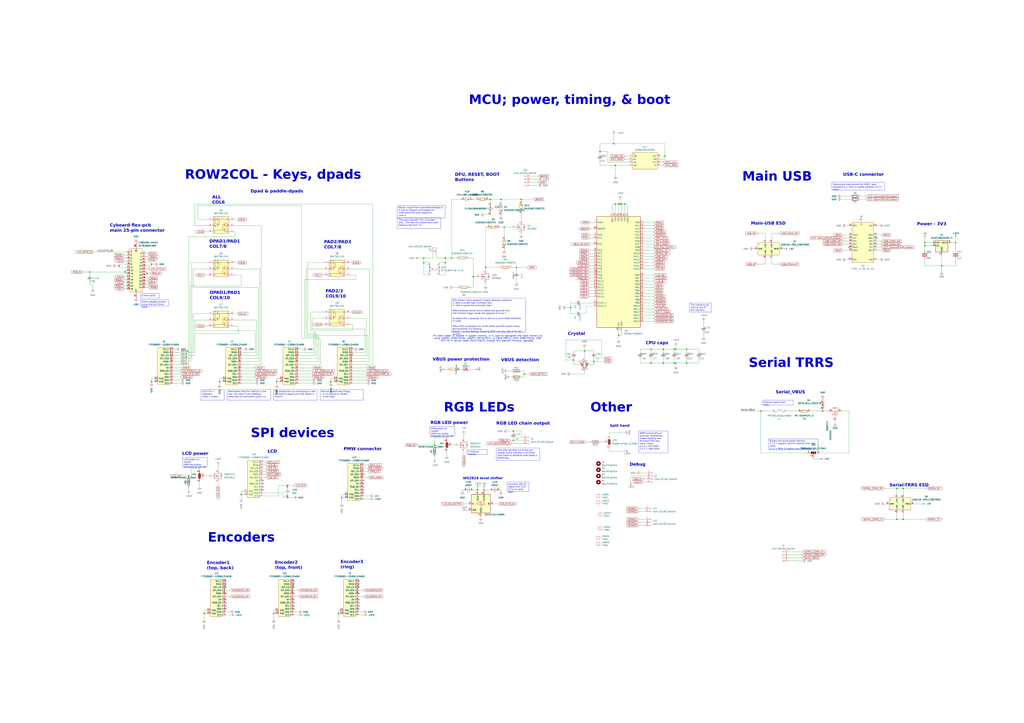
<source format=kicad_sch>
(kicad_sch (version 20250114) (generator "eeschema") (generator_version "9.0")
  (paper "A1")
  (text "PMW connector" (at 282.194 371.348 0) (effects (font (size 2.54 2.54) (thickness 0.508) (bold yes) (italic yes)) (justify left bottom)))
  (text "DFU, RESET, BOOT\nButtons" (at 373.634 150.114 0) (effects (font (size 2.54 2.54) (thickness 0.508) (bold yes) (italic yes)) (justify left bottom)))
  (text "Serial-TRRS ESD" (at 730.504 401.066 0) (effects (font (size 2.54 2.54) (thickness 0.508) (bold yes) (italic yes)) (justify left bottom)))
  (text "USB-C connector" (at 692.404 145.796 0) (effects (font (size 2.54 2.54) (thickness 0.508) (bold yes) (italic yes)) (justify left bottom)))
  (text "VBUS detection" (at 411.48 298.196 0) (effects (font (size 2.54 2.54) (thickness 0.508) (bold yes) (italic yes)) (justify left bottom)))
  (text "VBUS power protection" (at 355.346 297.688 0) (effects (font (size 2.54 2.54) (thickness 0.508) (bold yes) (italic yes)) (justify left bottom)))
  (text "DPAD1/PAD1\nCOL9/10" (at 172.212 247.142 0) (effects (font (size 2.54 2.54) (thickness 0.508) (bold yes) (italic yes)) (justify left bottom)))
  (text "Main-USB ESD" (at 616.712 185.928 0) (effects (font (size 2.54 2.54) (thickness 0.508) (bold yes) (italic yes)) (justify left bottom)))
  (text "RGB LEDs" (at 364.49 341.63 0) (effects (font (size 7.62 7.62) (thickness 0.508) (bold yes) (italic yes)) (justify left bottom)))
  (text "Split hand" (at 500.888 351.79 0) (effects (font (size 2 2) (thickness 0.508) (bold yes) (italic yes)) (justify left bottom)))
  (text "Cyboard flex-pcb \nmain 25-pin connector" (at 90.17 191.77 0) (effects (font (size 2.54 2.54) (thickness 0.508) (bold yes) (italic yes)) (justify left bottom)))
  (text "Dpad & paddle-dpads" (at 205.74 159.512 0) (effects (font (size 2.54 2.54) (thickness 0.508) (bold yes) (italic yes)) (justify left bottom)))
  (text "ROW2COL - Keys, dpads" (at 151.892 150.368 0) (effects (font (size 7.62 7.62) (thickness 0.508) (bold yes) (italic yes)) (justify left bottom)))
  (text "Power - 3V3" (at 753.11 186.436 0) (effects (font (size 2.54 2.54) (thickness 0.508) (bold yes) (italic yes)) (justify left bottom)))
  (text "Other" (at 484.886 341.63 0) (effects (font (size 7.62 7.62) (thickness 0.508) (bold yes) (italic yes)) (justify left bottom)))
  (text "DPAD1/PAD1\nCOL7/8" (at 171.958 204.978 0) (effects (font (size 2.54 2.54) (thickness 0.508) (bold yes) (italic yes)) (justify left bottom)))
  (text "Debug" (at 517.144 384.048 0) (effects (font (size 2.54 2.54) (thickness 0.508) (bold yes) (italic yes)) (justify left bottom)))
  (text "PAD2/3\nCOL9/10" (at 267.462 245.872 0) (effects (font (size 2.54 2.54) (thickness 0.508) (bold yes) (italic yes)) (justify left bottom)))
  (text "Encoders" (at 170.688 448.564 0) (effects (font (size 7.62 7.62) (thickness 0.508) (bold yes) (italic yes)) (justify left bottom)))
  (text "WS2818 level shifter" (at 380.238 394.97 0) (effects (font (size 2 2) (thickness 0.508) (bold yes) (italic yes)) (justify left bottom)))
  (text "The boot loader is located in system memory. It is used to reprogram the flash memory by\nusing USART1 (PA9/PA10), USART3 (PC10/PC11 or PB10/PB11), CAN2 (PB5/PB13), USB\nOTG FS in Device mode (PA11/PA12) through DFU (device firmware upgrade)." (at 400.304 278.13 0) (effects (font (size 1.27 1.27))))
  (text "Encoder1\n(top, back)" (at 169.926 469.138 0) (effects (font (size 2.54 2.54) (thickness 0.508) (bold yes) (italic yes)) (justify left bottom)))
  (text "CPU caps" (at 530.352 284.226 0) (effects (font (size 2.54 2.54) (thickness 0.508) (bold yes) (italic yes)) (justify left bottom)))
  (text "MCU; power, timing, & boot" (at 385.064 88.9 0) (effects (font (size 7.62 7.62) (thickness 0.508) (bold yes) (italic yes)) (justify left bottom)))
  (text "Crystal" (at 466.344 276.606 0) (effects (font (size 2.54 2.54) (thickness 0.508) (bold yes) (italic yes)) (justify left bottom)))
  (text "PAD2/PAD3\nCOL7/8" (at 266.192 205.486 0) (effects (font (size 2.54 2.54) (thickness 0.508) (bold yes) (italic yes)) (justify left bottom)))
  (text "Serial TRRS" (at 614.934 305.054 0) (effects (font (size 7.62 7.62) (thickness 0.508) (bold yes) (italic yes)) (justify left bottom)))
  (text "Main USB" (at 609.6 151.892 0) (effects (font (size 7.62 7.62) (thickness 0.508) (bold yes) (italic yes)) (justify left bottom)))
  (text "SPI devices" (at 205.994 362.712 0) (effects (font (size 7.62 7.62) (thickness 0.508) (bold yes) (italic yes)) (justify left bottom)))
  (text "Encoder3\n(ring)" (at 279.654 468.376 0) (effects (font (size 2.54 2.54) (thickness 0.508) (bold yes) (italic yes)) (justify left bottom)))
  (text "RGB LED chain output" (at 407.67 350.266 0) (effects (font (size 2.54 2.54) (thickness 0.508) (bold yes) (italic yes)) (justify left bottom)))
  (text "RGB LED power" (at 353.568 349.758 0) (effects (font (size 2.54 2.54) (thickness 0.508) (bold yes) (italic yes)) (justify left bottom)))
  (text "Serial_VBUS" (at 637.032 324.612 0) (effects (font (size 2.54 2.54) (thickness 0.508) (bold yes) (italic yes)) (justify left bottom)))
  (text "LCD power" (at 149.606 375.158 0) (effects (font (size 2.54 2.54) (thickness 0.508) (bold yes) (italic yes)) (justify left bottom)))
  (text "Encoder2\n(top, front)" (at 225.806 468.884 0) (effects (font (size 2.54 2.54) (thickness 0.508) (bold yes) (italic yes)) (justify left bottom)))
  (text "ALL\nCOL6" (at 174.244 168.656 0) (effects (font (size 2.54 2.54) (thickness 0.508) (bold yes) (italic yes)) (justify left bottom)))
  (text "LCD" (at 219.71 373.38 0) (effects (font (size 2.54 2.54) (thickness 0.508) (bold yes) (italic yes)) (justify left bottom)))
  (text_box "The LEDs will flow out of this pin header to the indicators, and then from there to whatever else needs a DI/DO flow." (at 407.67 368.3 0) (size 35.56 10.16) (margins 0.9525 0.9525 0.9525 0.9525) (effects (font (size 1.27 1.27)) (justify left top)))
  (text_box "Future designs should move this to 0.5mm pitch." (at 115.57 246.38 0) (size 22.86 5.08) (margins 0.9525 0.9525 0.9525 0.9525) (effects (font (size 1.27 1.27)) (justify left top)))
  (text_box "This was originally 75k; uncertain why... 51k was the closest basic part.\nseapicro has (51k *2)..." (at 326.39 179.07 0) (size 35.56 8.89) (margins 0.9525 0.9525 0.9525 0.9525) (effects (font (size 1.27 1.27)) (justify left top)))
  (text_box "COL7-10 = sideways\nCOL6 = button" (at 165.1 320.04 0) (size 19.05 8.89) (margins 0.9525 0.9525 0.9525 0.9525) (effects (font (size 1.27 1.27)) (justify left top)))
  (text_box "Bypass the serial power filtering.\n1->2 = bypass, send 5v directly onto USB cable\n3->2 = filter 5v power onto USB cable" (at 631.19 360.68 0) (size 40.64 8.89) (margins 0.9525 0.9525 0.9525 0.9525) (effects (font (size 1.27 1.27)) (justify left top)))
  (text_box "Source/sink requirement for USB-C spec: keyboard is a 'sink' so needs pulldown on CC lines." (at 683.26 149.86 0) (size 43.18 6.35) (margins 0.9525 0.9525 0.9525 0.9525) (effects (font (size 1.27 1.27)) (justify left top)))
  (text_box "P-channel mosfet" (at 383.54 369.57 0) (size 16.51 3.81) (margins 0.9525 0.9525 0.9525 0.9525) (effects (font (size 1.27 1.27)) (justify left top)))
  (text_box "Mostly copied from tzarc/kobold/seapicro.\nIt was so elegant, and helped me understand the boot sequence.\nLove it." (at 326.39 168.91 0) (size 39.37 10.16) (margins 0.9525 0.9525 0.9525 0.9525) (effects (font (size 1.27 1.27)) (justify left top)))
  (text_box "Normal dpad/5-way things...\n- 5 col outputs w. diodes\n- 1 row input" (at 262.89 320.04 0) (size 35.56 8.89) (margins 0.9525 0.9525 0.9525 0.9525) (effects (font (size 1.27 1.27)) (justify left top)))
  (text_box "This needs to go next to one of the Vdd pins." (at 566.42 248.92 0) (size 17.78 7.62) (margins 0.9525 0.9525 0.9525 0.9525) (effects (font (size 1.27 1.27)) (justify left top)))
  (text_box "Directly copied from tzarc." (at 626.11 328.93 0) (size 25.4 3.81) (margins 0.9525 0.9525 0.9525 0.9525) (effects (font (size 1.27 1.27)) (justify left top)))
  (text_box "0.3mm pitch" (at 115.57 241.3 0) (size 15.24 3.81) (margins 0.9525 0.9525 0.9525 0.9525) (effects (font (size 1.27 1.27)) (justify left top)))
  (text_box "QMK functionality to auto-set handedness - makes flashing new firmware 50% less steps, faster.\n2->3 = left (high)\n2->1 = right (low)" (at 524.51 354.33 0) (size 24.13 17.78) (margins 0.9525 0.9525 0.9525 0.9525) (effects (font (size 1.27 1.27)) (justify left top)))
  (text_box "Converts LED_DI signal from 3.3v to 5v to meet spec." (at 416.56 396.24 0) (size 17.78 7.62) (margins 0.9525 0.9525 0.9525 0.9525) (effects (font (size 1.27 1.27)) (justify left top)))
  (text_box "DFU button; when pressed, creates flashing conditions.\n1. Boot is pulled high (normally low)\n2. nRst is pulled low (normally high)\n\nWhen pressed, sends 3v3 to boot0 and grounds nrst.\nThe Schmitt trigger sends the opposite of A out Y.\n\nSo when DFU is pressed, 3v3 is sent to A, so A=HIGH therefore Y=LOW.\n\nWhen DFU un-pressed, b/c of the diode and DFU switch being disconnected, A is floating. \nResult: Y is also floating, meaning nRST can stay high of its own accord.\n\n" (at 370.84 245.11 0) (size 60.96 27.94) (margins 0.9525 0.9525 0.9525 0.9525) (effects (font (size 1.27 1.27)) (justify left top)))
  (text_box "RGB power c/o mosfet\nGPIO has pullup; pull-down to turn off" (at 353.06 350.52 0) (size 20.32 7.62) (margins 0.9525 0.9525 0.9525 0.9525) (effects (font (size 1.27 1.27)) (justify left top)))
  (text_box "We should wire up everything in case we want to swap out to full dpads in future?" (at 224.79 320.04 0) (size 35.56 8.89) (margins 0.9525 0.9525 0.9525 0.9525) (effects (font (size 1.27 1.27)) (justify left top)))
  (text_box "LCD power c/o mosfet\nGPIO has pullup; pull-down to turn off" (at 149.86 375.92 0) (size 20.32 7.62) (margins 0.9525 0.9525 0.9525 0.9525) (effects (font (size 1.27 1.27)) (justify left top)))
  (text_box "Remember that the COM pin is the row.  the other 5 are sideways directions (4) and button press (1)." (at 186.69 320.04 0) (size 35.56 8.89) (margins 0.9525 0.9525 0.9525 0.9525) (effects (font (size 1.27 1.27)) (justify left top)))
  (junction (at 759.46 201.93))
  (junction (at 236.22 398.78))
  (junction (at 509.27 167.64))
  (junction (at 124.46 313.69))
  (junction (at 505.46 135.89))
  (junction (at 167.64 504.19))
  (junction (at 227.33 313.69))
  (junction (at 675.64 337.82))
  (junction (at 370.84 212.09))
  (junction (at 759.46 199.39))
  (junction (at 544.83 298.45))
  (junction (at 784.86 199.39))
  (junction (at 236.22 408.94))
  (junction (at 388.62 227.33))
  (junction (at 365.76 215.9))
  (junction (at 421.64 354.33))
  (junction (at 505.46 167.64))
  (junction (at 124.46 217.17))
  (junction (at 553.72 287.02))
  (junction (at 508 275.59))
  (junction (at 392.43 402.59))
  (junction (at 278.13 504.19))
  (junction (at 513.08 167.64))
  (junction (at 402.59 163.83))
  (junction (at 73.66 223.52))
  (junction (at 365.76 212.09))
  (junction (at 468.63 252.73))
  (junction (at 421.64 361.95))
  (junction (at 546.1 128.27))
  (junction (at 534.67 298.45))
  (junction (at 736.6 401.32))
  (junction (at 534.67 287.02))
  (junction (at 424.18 219.71))
  (junction (at 154.94 391.16))
  (junction (at 198.12 406.4))
  (junction (at 397.51 402.59))
  (junction (at 356.87 365.76))
  (junction (at 120.65 224.79))
  (junction (at 736.6 426.72))
  (junction (at 398.78 219.71))
  (junction (at 427.99 163.83))
  (junction (at 471.17 295.91))
  (junction (at 510.54 167.64))
  (junction (at 624.84 337.82))
  (junction (at 180.34 313.69))
  (junction (at 102.87 223.52))
  (junction (at 554.99 298.45))
  (junction (at 430.53 307.34))
  (junction (at 741.68 401.32))
  (junction (at 504.19 118.11))
  (junction (at 741.68 426.72))
  (junction (at 563.88 287.02))
  (junction (at 492.76 124.46))
  (junction (at 347.98 215.9))
  (junction (at 280.67 408.94))
  (junction (at 97.79 218.44))
  (junction (at 347.98 212.09))
  (junction (at 563.88 298.45))
  (junction (at 224.79 504.19))
  (junction (at 487.68 297.18))
  (junction (at 508 167.64))
  (junction (at 271.78 313.69))
  (junction (at 414.02 186.69))
  (junction (at 411.48 163.83))
  (junction (at 553.72 298.45))
  (junction (at 544.83 287.02))
  (junction (at 554.99 287.02))
  (junction (at 480.06 288.29))
  (junction (at 773.43 218.44))
  (no_connect (at 298.45 389.89))
  (no_connect (at 298.45 394.97))
  (no_connect (at 185.42 495.3))
  (no_connect (at 215.9 397.51))
  (no_connect (at 720.09 195.58))
  (no_connect (at 215.9 400.05))
  (no_connect (at 241.3 482.6))
  (no_connect (at 294.64 492.76))
  (no_connect (at 185.42 492.76))
  (no_connect (at 294.64 487.68))
  (no_connect (at 241.3 492.76))
  (no_connect (at 185.42 487.68))
  (no_connect (at 294.64 495.3))
  (no_connect (at 185.42 497.84))
  (no_connect (at 298.45 397.51))
  (no_connect (at 241.3 487.68))
  (no_connect (at 241.3 495.3))
  (no_connect (at 185.42 500.38))
  (no_connect (at 185.42 480.06))
  (no_connect (at 241.3 477.52))
  (no_connect (at 707.39 177.8))
  (no_connect (at 294.64 482.6))
  (no_connect (at 215.9 402.59))
  (no_connect (at 185.42 482.6))
  (no_connect (at 294.64 480.06))
  (no_connect (at 298.45 402.59))
  (no_connect (at 241.3 500.38))
  (no_connect (at 294.64 500.38))
  (no_connect (at 298.45 400.05))
  (no_connect (at 241.3 497.84))
  (no_connect (at 241.3 480.06))
  (no_connect (at 185.42 477.52))
  (no_connect (at 298.45 405.13))
  (no_connect (at 294.64 497.84))
  (no_connect (at 215.9 394.97))
  (no_connect (at 294.64 477.52))
  (no_connect (at 697.23 203.2))
  (wire (pts (xy 245.11 302.26) (xy 256.54 302.26)))
  (wire (pts (xy 119.38 215.9) (xy 124.46 215.9)))
  (wire (pts (xy 142.24 309.88) (xy 148.59 309.88)))
  (wire (pts (xy 513.08 167.64) (xy 510.54 167.64)))
  (wire (pts (xy 563.88 287.02) (xy 574.04 287.02)))
  (wire (pts (xy 260.35 274.32) (xy 252.73 274.32)))
  (wire (pts (xy 622.3 191.77) (xy 628.65 191.77)))
  (wire (pts (xy 483.87 243.84) (xy 487.68 243.84)))
  (wire (pts (xy 342.9 365.76) (xy 356.87 365.76)))
  (wire (pts (xy 180.34 313.69) (xy 180.34 311.15)))
  (wire (pts (xy 264.16 266.7) (xy 265.43 266.7)))
  (wire (pts (xy 213.36 220.98) (xy 213.36 297.18)))
  (wire (pts (xy 198.12 406.4) (xy 198.12 410.21)))
  (wire (pts (xy 505.46 175.26) (xy 505.46 167.64)))
  (wire (pts (xy 500.38 355.6) (xy 513.08 355.6)))
  (wire (pts (xy 525.78 289.56) (xy 525.78 287.02)))
  (wire (pts (xy 370.84 212.09) (xy 374.65 212.09)))
  (wire (pts (xy 759.46 218.44) (xy 773.43 218.44)))
  (wire (pts (xy 156.21 234.95) (xy 198.12 234.95)))
  (wire (pts (xy 182.88 313.69) (xy 180.34 313.69)))
  (wire (pts (xy 198.12 294.64) (xy 212.09 294.64)))
  (wire (pts (xy 356.87 365.76) (xy 356.87 367.03)))
  (wire (pts (xy 121.92 231.14) (xy 119.38 231.14)))
  (wire (pts (xy 227.33 313.69) (xy 227.33 316.23)))
  (wire (pts (xy 73.66 223.52) (xy 73.66 226.06)))
  (wire (pts (xy 741.68 401.32) (xy 741.68 406.4)))
  (wire (pts (xy 160.02 274.32) (xy 195.58 274.32)))
  (wire (pts (xy 528.32 226.06) (xy 537.21 226.06)))
  (wire (pts (xy 379.73 402.59) (xy 379.73 403.86)))
  (wire (pts (xy 294.64 505.46) (xy 298.45 505.46)))
  (wire (pts (xy 773.43 209.55) (xy 773.43 218.44)))
  (wire (pts (xy 692.15 198.12) (xy 697.23 198.12)))
  (wire (pts (xy 299.72 270.51) (xy 299.72 289.56)))
  (wire (pts (xy 104.14 222.25) (xy 102.87 222.25)))
  (wire (pts (xy 487.68 251.46) (xy 481.33 251.46)))
  (wire (pts (xy 265.43 256.54) (xy 255.27 256.54)))
  (wire (pts (xy 193.04 185.42) (xy 214.63 185.42)))
  (wire (pts (xy 365.76 212.09) (xy 370.84 212.09)))
  (wire (pts (xy 720.09 200.66) (xy 723.9 200.66)))
  (wire (pts (xy 528.32 393.7) (xy 530.86 393.7)))
  (wire (pts (xy 680.72 337.82) (xy 675.64 337.82)))
  (wire (pts (xy 563.88 294.64) (xy 563.88 298.45)))
  (wire (pts (xy 149.86 391.16) (xy 154.94 391.16)))
  (wire (pts (xy 142.24 297.18) (xy 156.21 297.18)))
  (wire (pts (xy 372.11 236.22) (xy 375.92 236.22)))
  (wire (pts (xy 528.32 215.9) (xy 537.21 215.9)))
  (wire (pts (xy 158.75 236.22) (xy 158.75 220.98)))
  (wire (pts (xy 180.34 311.15) (xy 182.88 311.15)))
  (wire (pts (xy 370.84 365.76) (xy 373.38 365.76)))
  (wire (pts (xy 435.61 144.78) (xy 441.96 144.78)))
  (wire (pts (xy 245.11 287.02) (xy 248.92 287.02)))
  (wire (pts (xy 119.38 218.44) (xy 124.46 218.44)))
  (wire (pts (xy 236.22 398.78) (xy 241.3 398.78)))
  (wire (pts (xy 528.32 208.28) (xy 537.21 208.28)))
  (wire (pts (xy 692.15 205.74) (xy 697.23 205.74)))
  (wire (pts (xy 127 217.17) (xy 124.46 217.17)))
  (wire (pts (xy 215.9 389.89) (xy 218.44 389.89)))
  (wire (pts (xy 289.56 287.02) (xy 290.83 287.02)))
  (wire (pts (xy 494.03 279.4) (xy 494.03 294.64)))
  (wire (pts (xy 471.17 295.91) (xy 471.17 299.72)))
  (wire (pts (xy 513.08 167.64) (xy 513.08 175.26)))
  (wire (pts (xy 528.32 213.36) (xy 537.21 213.36)))
  (wire (pts (xy 530.86 391.16) (xy 518.16 391.16)))
  (wire (pts (xy 193.04 215.9) (xy 195.58 215.9)))
  (wire (pts (xy 427.99 191.77) (xy 427.99 193.04)))
  (wire (pts (xy 516.89 133.35) (xy 499.11 133.35)))
  (wire (pts (xy 424.18 228.6) (xy 424.18 232.41)))
  (wire (pts (xy 288.29 215.9) (xy 289.56 215.9)))
  (wire (pts (xy 534.67 287.02) (xy 544.83 287.02)))
  (wire (pts (xy 480.06 288.29) (xy 480.06 285.75)))
  (wire (pts (xy 513.08 130.81) (xy 516.89 130.81)))
  (wire (pts (xy 504.19 118.11) (xy 546.1 118.11)))
  (wire (pts (xy 435.61 149.86) (xy 441.96 149.86)))
  (wire (pts (xy 250.19 276.86) (xy 250.19 229.87)))
  (wire (pts (xy 487.68 297.18) (xy 487.68 294.64)))
  (wire (pts (xy 773.43 218.44) (xy 773.43 223.52)))
  (wire (pts (xy 167.64 501.65) (xy 167.64 504.19)))
  (wire (pts (xy 170.18 185.42) (xy 160.02 185.42)))
  (wire (pts (xy 397.51 176.53) (xy 402.59 176.53)))
  (wire (pts (xy 289.56 292.1) (xy 300.99 292.1)))
  (wire (pts (xy 227.33 313.69) (xy 229.87 313.69)))
  (wire (pts (xy 76.2 207.01) (xy 104.14 207.01)))
  (wire (pts (xy 185.42 505.46) (xy 189.23 505.46)))
  (wire (pts (xy 510.54 275.59) (xy 508 275.59)))
  (wire (pts (xy 483.87 220.98) (xy 487.68 220.98)))
  (wire (pts (xy 154.94 391.16) (xy 154.94 392.43)))
  (wire (pts (xy 193.04 220.98) (xy 213.36 220.98)))
  (wire (pts (xy 213.36 297.18) (xy 198.12 297.18)))
  (wire (pts (xy 553.72 289.56) (xy 553.72 287.02)))
  (wire (pts (xy 421.64 354.33) (xy 427.99 354.33)))
  (wire (pts (xy 120.65 226.06) (xy 119.38 226.06)))
  (wire (pts (xy 524.51 429.26) (xy 529.59 429.26)))
  (wire (pts (xy 419.1 361.95) (xy 421.64 361.95)))
  (wire (pts (xy 382.905 419.1) (xy 384.81 419.1)))
  (wire (pts (xy 160.02 262.89) (xy 170.18 262.89)))
  (wire (pts (xy 388.62 227.33) (xy 391.16 227.33)))
  (wire (pts (xy 160.02 292.1) (xy 160.02 274.32)))
  (wire (pts (xy 228.6 398.78) (xy 236.22 398.78)))
  (wire (pts (xy 185.42 485.14) (xy 189.23 485.14)))
  (wire (pts (xy 518.16 391.16) (xy 518.16 396.24)))
  (wire (pts (xy 198.12 304.8) (xy 209.55 304.8)))
  (wire (pts (xy 124.46 215.9) (xy 124.46 217.17)))
  (wire (pts (xy 544.83 287.02) (xy 544.83 289.56)))
  (wire (pts (xy 381 356.87) (xy 381 360.68)))
  (wire (pts (xy 416.56 354.33) (xy 421.64 354.33)))
  (wire (pts (xy 411.48 402.59) (xy 411.48 403.86)))
  (wire (pts (xy 294.64 502.92) (xy 298.45 502.92)))
  (wire (pts (xy 675.64 337.82) (xy 665.48 337.82)))
  (wire (pts (xy 424.18 219.71) (xy 420.37 219.71)))
  (wire (pts (xy 198.12 403.86) (xy 198.12 406.4)))
  (wire (pts (xy 528.32 187.96) (xy 537.21 187.96)))
  (wire (pts (xy 158.75 257.81) (xy 170.18 257.81)))
  (wire (pts (xy 515.62 175.26) (xy 515.62 167.64)))
  (wire (pts (xy 515.62 167.64) (xy 513.08 167.64)))
  (wire (pts (xy 265.43 261.62) (xy 256.54 261.62)))
  (wire (pts (xy 483.87 223.52) (xy 487.68 223.52)))
  (wire (pts (xy 298.45 407.67) (xy 303.53 407.67)))
  (wire (pts (xy 271.78 313.69) (xy 271.78 314.96)))
  (wire (pts (xy 483.87 187.96) (xy 487.68 187.96)))
  (wire (pts (xy 500.38 358.14) (xy 500.38 355.6)))
  (wire (pts (xy 367.03 359.41) (xy 367.03 360.68)))
  (wire (pts (xy 101.6 234.95) (xy 104.14 234.95)))
  (wire (pts (xy 544.83 294.64) (xy 544.83 298.45)))
  (wire (pts (xy 160.02 185.42) (xy 160.02 167.64)))
  (wire (pts (xy 524.51 420.37) (xy 529.59 420.37)))
  (wire (pts (xy 726.44 426.72) (xy 736.6 426.72)))
  (wire (pts (xy 528.32 198.12) (xy 537.21 198.12)))
  (wire (pts (xy 127 313.69) (xy 124.46 313.69)))
  (wire (pts (xy 257.81 271.78) (xy 257.81 289.56)))
  (wire (pts (xy 224.79 504.19) (xy 226.06 504.19)))
  (wire (pts (xy 487.68 299.72) (xy 487.68 297.18)))
  (wire (pts (xy 384.81 212.09) (xy 388.62 212.09)))
  (wire (pts (xy 289.56 314.96) (xy 300.99 314.96)))
  (wire (pts (xy 356.87 374.65) (xy 356.87 377.19)))
  (wire (pts (xy 420.37 364.49) (xy 429.26 364.49)))
  (wire (pts (xy 300.99 261.62) (xy 300.99 292.1)))
  (wire (pts (xy 154.94 194.31) (xy 154.94 299.72)))
  (wire (pts (xy 288.29 256.54) (xy 289.56 256.54)))
  (wire (pts (xy 528.32 228.6) (xy 537.21 228.6)))
  (wire (pts (xy 759.46 201.93) (xy 765.81 201.93)))
  (wire (pts (xy 528.32 241.3) (xy 537.21 241.3)))
  (wire (pts (xy 397.51 402.59) (xy 402.59 402.59)))
  (wire (pts (xy 528.32 200.66) (xy 537.21 200.66)))
  (wire (pts (xy 510.54 271.78) (xy 510.54 275.59)))
  (wire (pts (xy 401.32 163.83) (xy 402.59 163.83)))
  (wire (pts (xy 251.46 275.59) (xy 302.26 275.59)))
  (wire (pts (xy 480.06 294.64) (xy 480.06 288.29)))
  (wire (pts (xy 289.56 304.8) (xy 300.99 304.8)))
  (wire (pts (xy 245.11 304.8) (xy 256.54 304.8)))
  (wire (pts (xy 347.98 226.06) (xy 353.06 226.06)))
  (wire (pts (xy 487.68 289.56) (xy 487.68 288.29)))
  (wire (pts (xy 179.07 382.27) (xy 179.07 386.08)))
  (wire (pts (xy 697.23 372.11) (xy 673.1 372.11)))
  (wire (pts (xy 119.38 236.22) (xy 121.92 236.22)))
  (wire (pts (xy 377.19 303.53) (xy 378.46 303.53)))
  (wire (pts (xy 546.1 128.27) (xy 546.1 130.81)))
  (wire (pts (xy 142.24 312.42) (xy 148.59 312.42)))
  (wire (pts (xy 528.32 246.38) (xy 537.21 246.38)))
  (wire (pts (xy 410.21 414.02) (xy 405.13 414.02)))
  (wire (pts (xy 353.06 215.9) (xy 347.98 215.9)))
  (wire (pts (xy 245.11 299.72) (xy 262.89 299.72)))
  (wire (pts (xy 706.12 163.83) (xy 711.2 163.83)))
  (wire (pts (xy 414.02 194.31) (xy 414.02 186.69)))
  (wire (pts (xy 224.79 501.65) (xy 226.06 501.65)))
  (wire (pts (xy 563.88 289.56) (xy 563.88 287.02)))
  (wire (pts (xy 741.68 426.72) (xy 736.6 426.72)))
  (wire (pts (xy 356.87 359.41) (xy 367.03 359.41)))
  (wire (pts (xy 741.68 401.32) (xy 736.6 401.32)))
  (wire (pts (xy 252.73 215.9) (xy 252.73 274.32)))
  (wire (pts (xy 697.23 337.82) (xy 697.23 372.11)))
  (wire (pts (xy 101.6 214.63) (xy 104.14 214.63)))
  (wire (pts (xy 510.54 167.64) (xy 510.54 175.26)))
  (wire (pts (xy 101.6 237.49) (xy 104.14 237.49)))
  (wire (pts (xy 102.87 222.25) (xy 102.87 223.52)))
  (wire (pts (xy 720.09 198.12) (xy 723.9 198.12)))
  (wire (pts (xy 180.34 313.69) (xy 180.34 316.23)))
  (wire (pts (xy 198.12 302.26) (xy 209.55 302.26)))
  (wire (pts (xy 668.02 377.19) (xy 673.1 377.19)))
  (wire (pts (xy 525.78 298.45) (xy 534.67 298.45)))
  (wire (pts (xy 102.87 224.79) (xy 104.14 224.79)))
  (wire (pts (xy 402.59 163.83) (xy 411.48 163.83)))
  (wire (pts (xy 468.63 248.92) (xy 468.63 252.73)))
  (wire (pts (xy 101.6 232.41) (xy 104.14 232.41)))
  (wire (pts (xy 367.03 370.84) (xy 367.03 374.65)))
  (wire (pts (xy 542.29 135.89) (xy 544.83 135.89)))
  (wire (pts (xy 524.51 431.8) (xy 529.59 431.8)))
  (wire (pts (xy 302.26 275.59) (xy 302.26 294.64)))
  (wire (pts (xy 528.32 220.98) (xy 537.21 220.98)))
  (wire (pts (xy 241.3 505.46) (xy 245.11 505.46)))
  (wire (pts (xy 360.68 226.06) (xy 365.76 226.06)))
  (wire (pts (xy 381 370.84) (xy 381 374.65)))
  (wire (pts (xy 483.87 182.88) (xy 487.68 182.88)))
  (wire (pts (xy 245.11 297.18) (xy 261.62 297.18)))
  (wire (pts (xy 534.67 298.45) (xy 544.83 298.45)))
  (wire (pts (xy 483.87 299.72) (xy 487.68 299.72)))
  (wire (pts (xy 212.09 294.64) (xy 212.09 236.22)))
  (wire (pts (xy 245.11 292.1) (xy 259.08 292.1)))
  (wire (pts (xy 483.87 200.66) (xy 487.68 200.66)))
  (wire (pts (xy 398.78 219.71) (xy 410.21 219.71)))
  (wire (pts (xy 759.46 199.39) (xy 759.46 201.93)))
  (wire (pts (xy 365.76 215.9) (xy 365.76 226.06)))
  (wire (pts (xy 483.87 195.58) (xy 487.68 195.58)))
  (wire (pts (xy 262.89 278.13) (xy 247.65 278.13)))
  (wire (pts (xy 229.87 311.15) (xy 227.33 311.15)))
  (wire (pts (xy 247.65 278.13) (xy 247.65 168.91)))
  (wire (pts (xy 157.48 384.81) (xy 157.48 391.16)))
  (wire (pts (xy 198.12 314.96) (xy 209.55 314.96)))
  (wire (pts (xy 624.84 372.11) (xy 624.84 337.82)))
  (wire (pts (xy 264.16 226.06) (xy 265.43 226.06)))
  (wire (pts (xy 398.78 186.69) (xy 398.78 219.71)))
  (wire (pts (xy 298.45 392.43) (xy 302.26 392.43)))
  (wire (pts (xy 528.32 195.58) (xy 537.21 195.58)))
  (wire (pts (xy 241.3 485.14) (xy 245.11 485.14)))
  (wire (pts (xy 692.15 193.04) (xy 697.23 193.04)))
  (wire (pts (xy 483.87 236.22) (xy 487.68 236.22)))
  (wire (pts (xy 662.94 372.11) (xy 624.84 372.11)))
  (wire (pts (xy 544.83 287.02) (xy 553.72 287.02)))
  (wire (pts (xy 292.1 226.06) (xy 288.29 226.06)))
  (wire (pts (xy 647.7 458.47) (xy 659.13 458.47)))
  (wire (pts (xy 424.18 223.52) (xy 424.18 219.71)))
  (wire (pts (xy 388.62 402.59) (xy 392.43 402.59)))
  (wire (pts (xy 528.32 238.76) (xy 537.21 238.76)))
  (wire (pts (xy 492.76 118.11) (xy 504.19 118.11)))
  (wire (pts (xy 720.09 203.2) (xy 723.9 203.2)))
  (wire (pts (xy 215.9 405.13) (xy 232.41 405.13)))
  (wire (pts (xy 483.87 218.44) (xy 487.68 218.44)))
  (wire (pts (xy 370.84 163.83) (xy 378.46 163.83)))
  (wire (pts (xy 499.11 133.35) (xy 499.11 124.46)))
  (wire (pts (xy 127 311.15) (xy 124.46 311.15)))
  (wire (pts (xy 247.65 168.91) (xy 162.56 168.91)))
  (wire (pts (xy 472.44 248.92) (xy 468.63 248.92)))
  (wire (pts (xy 252.73 215.9) (xy 265.43 215.9)))
  (wire (pts (xy 245.11 309.88) (xy 256.54 309.88)))
  (wire (pts (xy 288.29 261.62) (xy 300.99 261.62)))
  (wire (pts (xy 167.64 504.19) (xy 170.18 504.19)))
  (wire (pts (xy 553.72 298.45) (xy 554.99 298.45)))
  (wire (pts (xy 472.44 257.81) (xy 468.63 257.81)))
  (wire (pts (xy 508 167.64) (xy 508 175.26)))
  (wire (pts (xy 464.82 295.91) (xy 464.82 279.4)))
  (wire (pts (xy 215.9 382.27) (xy 218.44 382.27)))
  (wire (pts (xy 360.68 215.9) (xy 365.76 215.9)))
  (wire (pts (xy 397.51 401.32) (xy 397.51 402.59)))
  (wire (pts (xy 542.29 133.35) (xy 544.83 133.35)))
  (wire (pts (xy 525.78 388.62) (xy 530.86 388.62)))
  (wire (pts (xy 481.33 363.22) (xy 485.14 363.22)))
  (wire (pts (xy 487.68 288.29) (xy 480.06 288.29)))
  (wire (pts (xy 142.24 307.34) (xy 148.59 307.34)))
  (wire (pts (xy 255.27 271.78) (xy 257.81 271.78)))
  (wire (pts (xy 690.88 163.83) (xy 698.5 163.83)))
  (wire (pts (xy 741.68 426.72) (xy 760.73 426.72)))
  (wire (pts (xy 195.58 267.97) (xy 193.04 267.97)))
  (wire (pts (xy 142.24 287.02) (xy 144.78 287.02)))
  (wire (pts (xy 193.04 262.89) (xy 210.82 262.89)))
  (wire (pts (xy 692.15 200.66) (xy 697.23 200.66)))
  (wire (pts (xy 215.9 384.81) (xy 218.44 384.81)))
  (wire (pts (xy 215.9 407.67) (xy 228.6 407.67)))
  (wire (pts (xy 534.67 294.64) (xy 534.67 298.45)))
  (wire (pts (xy 420.37 309.88) (xy 419.1 309.88)))
  (wire (pts (xy 76.2 233.68) (xy 76.2 237.49)))
  (wire (pts (xy 256.54 261.62) (xy 256.54 270.51)))
  (wire (pts (xy 154.94 400.05) (xy 154.94 402.59)))
  (wire (pts (xy 167.64 226.06) (xy 170.18 226.06)))
  (wire (pts (xy 167.64 391.16) (xy 171.45 391.16)))
  (wire (pts (xy 121.92 233.68) (xy 119.38 233.68)))
  (wire (pts (xy 420.37 304.8) (xy 416.56 304.8)))
  (wire (pts (xy 398.78 232.41) (xy 398.78 234.95)))
  (wire (pts (xy 271.78 311.15) (xy 271.78 313.69)))
  (wire (pts (xy 97.79 219.71) (xy 104.14 219.71)))
  (wire (pts (xy 224.79 504.19) (xy 224.79 501.65)))
  (wire (pts (xy 124.46 311.15) (xy 124.46 313.69)))
  (wire (pts (xy 720.09 213.36) (xy 722.63 213.36)))
  (wire (pts (xy 528.32 210.82) (xy 537.21 210.82)))
  (wire (pts (xy 245.11 314.96) (xy 256.54 314.96)))
  (wire (pts (xy 260.35 294.64) (xy 260.35 274.32)))
  (wire (pts (xy 736.6 421.64) (xy 736.6 426.72)))
  (wire (pts (xy 624.84 337.82) (xy 635 337.82)))
  (wire (pts (xy 278.13 501.65) (xy 278.13 504.19)))
  (wire (pts (xy 468.63 257.81) (xy 468.63 252.73)))
  (wire (pts (xy 483.87 238.76) (xy 487.68 238.76)))
  (wire (pts (xy 528.32 243.84) (xy 537.21 243.84)))
  (wire (pts (xy 198.12 226.06) (xy 193.04 226.06)))
  (wire (pts (xy 471.17 299.72) (xy 476.25 299.72)))
  (wire (pts (xy 245.11 307.34) (xy 256.54 307.34)))
  (wire (pts (xy 163.83 384.81) (xy 157.48 384.81)))
  (wire (pts (xy 261.62 276.86) (xy 250.19 276.86)))
  (wire (pts (xy 198.12 307.34) (xy 209.55 307.34)))
  (wire (pts (xy 157.48 294.64) (xy 157.48 215.9)))
  (wire (pts (xy 158.75 220.98) (xy 170.18 220.98)))
  (wire (pts (xy 97.79 217.17) (xy 97.79 218.44)))
  (wire (pts (xy 121.92 208.28) (xy 119.38 208.28)))
  (wire (pts (xy 421.64 354.33) (xy 421.64 355.6)))
  (wire (pts (xy 388.62 212.09) (xy 388.62 227.33)))
  (wire (pts (xy 477.52 248.92) (xy 487.68 248.92)))
  (wire (pts (xy 542.29 130.81) (xy 546.1 130.81)))
  (wire (pts (xy 347.98 215.9) (xy 347.98 212.09)))
  (wire (pts (xy 95.25 218.44) (xy 97.79 218.44)))
  (wire (pts (xy 241.3 502.92) (xy 245.11 502.92)))
  (wire (pts (xy 250.19 229.87) (xy 292.1 229.87)))
  (wire (pts (xy 355.6 208.28) (xy 355.6 212.09)))
  (wire (pts (xy 179.07 396.24) (xy 179.07 400.05)))
  (wire (pts (xy 402.59 163.83) (xy 402.59 166.37)))
  (wire (pts (xy 298.45 382.27) (xy 302.26 382.27)))
  (wire (pts (xy 642.62 204.47) (xy 643.89 204.47)))
  (wire (pts (xy 142.24 314.96) (xy 148.59 314.96)))
  (wire (pts (xy 720.09 205.74) (xy 723.9 205.74)))
  (wire (pts (xy 480.06 304.8) (xy 480.06 307.34)))
  (wire (pts (xy 365.76 212.09) (xy 365.76 215.9)))
  (wire (pts (xy 120.65 224.79) (xy 120.65 226.06)))
  (wire (pts (xy 292.1 229.87) (xy 292.1 226.06)))
  (wire (pts (xy 773.43 218.44) (xy 784.86 218.44)))
  (wire (pts (xy 265.43 220.98) (xy 251.46 220.98)))
  (wire (pts (xy 483.87 193.04) (xy 487.68 193.04)))
  (wire (pts (xy 492.76 135.89) (xy 492.76 132.08)))
  (wire (pts (xy 124.46 218.44) (xy 124.46 217.17)))
  (wire (pts (xy 628.65 217.17) (xy 622.3 217.17)))
  (wire (pts (xy 251.46 220.98) (xy 251.46 275.59)))
  (wire (pts (xy 505.46 135.89) (xy 505.46 144.78)))
  (wire (pts (xy 528.32 203.2) (xy 537.21 203.2)))
  (wire (pts (xy 121.92 210.82) (xy 119.38 210.82)))
  (wire (pts (xy 256.54 270.51) (xy 299.72 270.51)))
  (wire (pts (xy 397.51 402.59) (xy 397.51 403.86)))
  (wire (pts (xy 215.9 387.35) (xy 218.44 387.35)))
  (wire (pts (xy 398.78 186.69) (xy 400.05 186.69)))
  (wire (pts (xy 142.24 294.64) (xy 157.48 294.64)))
  (wire (pts (xy 525.78 287.02) (xy 534.67 287.02)))
  (wire (pts (xy 358.14 212.09) (xy 365.76 212.09)))
  (wire (pts (xy 421.64 361.95) (xy 429.26 361.95)))
  (wire (pts (xy 298.45 384.81) (xy 302.26 384.81)))
  (wire (pts (xy 262.89 299.72) (xy 262.89 278.13)))
  (wire (pts (xy 628.65 212.09) (xy 628.65 217.17)))
  (wire (pts (xy 726.44 401.32) (xy 736.6 401.32)))
  (wire (pts (xy 524.51 417.83) (xy 529.59 417.83)))
  (wire (pts (xy 784.86 195.58) (xy 784.86 199.39)))
  (wire (pts (xy 200.66 406.4) (xy 198.12 406.4)))
  (wire (pts (xy 554.99 298.45) (xy 554.99 300.99)))
  (wire (pts (xy 508 271.78) (xy 508 275.59)))
  (wire (pts (xy 685.8 347.98) (xy 685.8 345.44)))
  (wire (pts (xy 303.53 220.98) (xy 288.29 220.98)))
  (wire (pts (xy 101.6 229.87) (xy 104.14 229.87)))
  (wire (pts (xy 198.12 309.88) (xy 209.55 309.88)))
  (wire (pts (xy 628.65 191.77) (xy 628.65 196.85)))
  (wire (pts (xy 553.72 294.64) (xy 553.72 298.45)))
  (wire (pts (xy 508 275.59) (xy 508 279.4)))
  (wire (pts (xy 365.76 303.53) (xy 367.03 303.53)))
  (wire (pts (xy 430.53 309.88) (xy 427.99 309.88)))
  (wire (pts (xy 499.11 124.46) (xy 492.76 124.46)))
  (wire (pts (xy 227.33 311.15) (xy 227.33 313.69)))
  (wire (pts (xy 120.65 223.52) (xy 120.65 224.79)))
  (wire (pts (xy 278.13 504.19) (xy 278.13 509.27)))
  (wire (pts (xy 505.46 167.64) (xy 508 167.64)))
  (wire (pts (xy 430.53 309.88) (xy 430.53 307.34)))
  (wire (pts (xy 528.32 251.46) (xy 537.21 251.46)))
  (wire (pts (xy 160.02 271.78) (xy 160.02 262.89)))
  (wire (pts (xy 741.68 401.32) (xy 760.73 401.32)))
  (wire (pts (xy 102.87 223.52) (xy 102.87 224.79)))
  (wire (pts (xy 303.53 297.18) (xy 303.53 220.98)))
  (wire (pts (xy 388.62 163.83) (xy 391.16 163.83)))
  (wire (pts (xy 577.85 273.05) (xy 577.85 276.86)))
  (wire (pts (xy 289.56 312.42) (xy 300.99 312.42)))
  (wire (pts (xy 471.17 295.91) (xy 464.82 295.91)))
  (wire (pts (xy 280.67 406.4) (xy 280.67 408.94)))
  (wire (pts (xy 411.48 163.83) (xy 427.99 163.83)))
  (wire (pts (xy 781.05 199.39) (xy 784.86 199.39)))
  (wire (pts (xy 198.12 289.56) (xy 209.55 289.56)))
  (wire (pts (xy 483.87 208.28) (xy 487.68 208.28)))
  (wire (pts (xy 427.99 163.83) (xy 438.15 163.83)))
  (wire (pts (xy 224.79 509.27) (xy 224.79 504.19)))
  (wire (pts (xy 741.68 421.64) (xy 741.68 426.72)))
  (wire (pts (xy 528.32 254) (xy 537.21 254)))
  (wire (pts (xy 162.56 180.34) (xy 170.18 180.34)))
  (wire (pts (xy 690.88 161.29) (xy 698.5 161.29)))
  (wire (pts (xy 410.21 402.59) (xy 411.48 402.59)))
  (wire (pts (xy 544.83 298.45) (xy 553.72 298.45)))
  (wire (pts (xy 505.46 135.89) (xy 492.76 135.89)))
  (wire (pts (xy 298.45 387.35) (xy 302.26 387.35)))
  (wire (pts (xy 504.19 118.11) (xy 504.19 110.49)))
  (wire (pts (xy 759.46 213.36) (xy 759.46 218.44)))
  (wire (pts (xy 306.07 299.72) (xy 289.56 299.72)))
  (wire (pts (xy 483.87 226.06) (xy 487.68 226.06)))
  (wire (pts (xy 435.61 147.32) (xy 441.96 147.32)))
  (wire (pts (xy 668.02 375.92) (xy 668.02 377.19)))
  (wire (pts (xy 142.24 304.8) (xy 148.59 304.8)))
  (wire (pts (xy 534.67 287.02) (xy 534.67 289.56)))
  (wire (pts (xy 167.64 504.19) (xy 167.64 509.27)))
  (wire (pts (xy 411.48 176.53) (xy 411.48 177.8)))
  (wire (pts (xy 577.85 264.16) (xy 577.85 267.97)))
  (wire (pts (xy 784.86 199.39) (xy 784.86 205.74)))
  (wire (pts (xy 483.87 241.3) (xy 487.68 241.3)))
  (wire (pts (xy 574.04 294.64) (xy 574.04 298.45)))
  (wire (pts (xy 528.32 185.42) (xy 537.21 185.42)))
  (wire (pts (xy 492.76 124.46) (xy 492.76 118.11)))
  (wire (pts (xy 370.84 212.09) (xy 370.84 163.83)))
  (wire (pts (xy 280.67 408.94) (xy 280.67 414.02)))
  (wire (pts (xy 185.42 490.22) (xy 189.23 490.22)))
  (wire (pts (xy 245.11 289.56) (xy 257.81 289.56)))
  (wire (pts (xy 508 167.64) (xy 509.27 167.64)))
  (wire (pts (xy 289.56 309.88) (xy 300.99 309.88)))
  (wire (pts (xy 154.94 299.72) (xy 142.24 299.72)))
  (wire (pts (xy 410.21 186.69) (xy 414.02 186.69)))
  (wire (pts (xy 528.32 218.44) (xy 537.21 218.44)))
  (wire (pts (xy 379.73 402.59) (xy 381 402.59)))
  (wire (pts (xy 398.78 219.71) (xy 398.78 222.25)))
  (wire (pts (xy 496.57 294.64) (xy 494.03 294.64)))
  (wire (pts (xy 142.24 302.26) (xy 148.59 302.26)))
  (wire (pts (xy 477.52 257.81) (xy 481.33 257.81)))
  (wire (pts (xy 195.58 274.32) (xy 195.58 267.97)))
  (wire (pts (xy 289.56 297.18) (xy 303.53 297.18)))
  (wire (pts (xy 759.46 195.58) (xy 759.46 199.39)))
  (wire (pts (xy 554.99 284.48) (xy 554.99 287.02)))
  (wire (pts (xy 210.82 292.1) (xy 210.82 262.89)))
  (wire (pts (xy 608.33 337.82) (xy 624.84 337.82)))
  (wire (pts (xy 289.56 307.34) (xy 300.99 307.34)))
  (wire (pts (xy 516.89 135.89) (xy 505.46 135.89)))
  (wire (pts (xy 358.14 208.28) (xy 358.14 212.09)))
  (wire (pts (xy 193.04 194.31) (xy 154.94 194.31)))
  (wire (pts (xy 193.04 190.5) (xy 193.04 194.31)))
  (wire (pts (xy 553.72 287.02) (xy 554.99 287.02)))
  (wire (pts (xy 386.08 303.53) (xy 389.89 303.53)))
  (wire (pts (xy 73.66 231.14) (xy 73.66 233.68)))
  (wire (pts (xy 163.83 386.08) (xy 163.83 384.81)))
  (wire (pts (xy 241.3 490.22) (xy 245.11 490.22)))
  (wire (pts (xy 356.87 365.76) (xy 356.87 359.41)))
  (wire (pts (xy 347.98 215.9) (xy 347.98 226.06)))
  (wire (pts (xy 647.7 461.01) (xy 659.13 461.01)))
  (wire (pts (xy 294.64 490.22) (xy 298.45 490.22)))
  (wire (pts (xy 427.99 175.26) (xy 427.99 181.61)))
  (wire (pts (xy 209.55 289.56) (xy 209.55 271.78)))
  (wire (pts (xy 255.27 256.54) (xy 255.27 271.78)))
  (wire (pts (xy 500.38 370.84) (xy 513.08 370.84)))
  (wire (pts (xy 633.73 191.77) (xy 640.08 191.77)))
  (wire (pts (xy 158.75 257.81) (xy 158.75 289.56)))
  (wire (pts (xy 386.08 236.22) (xy 388.62 236.22)))
  (wire (pts (xy 647.7 455.93) (xy 659.13 455.93)))
  (wire (pts (xy 480.06 307.34) (xy 468.63 307.34)))
  (wire (pts (xy 73.66 233.68) (xy 76.2 233.68)))
  (wire (pts (xy 121.92 220.98) (xy 119.38 220.98)))
  (wire (pts (xy 496.57 297.18) (xy 487.68 297.18)))
  (wire (pts (xy 750.57 414.02) (xy 756.92 414.02)))
  (wire (pts (xy 471.17 289.56) (xy 471.17 288.29)))
  (wire (pts (xy 212.09 236.22) (xy 158.75 236.22)))
  (wire (pts (xy 259.08 271.78) (xy 259.08 292.1)))
  (wire (pts (xy 528.32 182.88) (xy 537.21 182.88)))
  (wire (pts (xy 726.44 414.02) (xy 727.71 414.02)))
  (wire (pts (xy 500.38 368.3) (xy 500.38 370.84)))
  (wire (pts (xy 167.64 190.5) (xy 170.18 190.5)))
  (wire (pts (xy 528.32 248.92) (xy 537.21 248.92)))
  (wire (pts (xy 483.87 213.36) (xy 487.68 213.36)))
  (wire (pts (xy 424.18 219.71) (xy 433.07 219.71)))
  (wire (pts (xy 542.29 128.27) (xy 546.1 128.27)))
  (wire (pts (xy 157.48 215.9) (xy 170.18 215.9)))
  (wire (pts (xy 289.56 271.78) (xy 259.08 271.78)))
  (wire (pts (xy 421.64 360.68) (xy 421.64 361.95)))
  (wire (pts (xy 502.92 175.26) (xy 502.92 167.64)))
  (wire (pts (xy 381 414.02) (xy 384.81 414.02)))
  (wire (pts (xy 274.32 311.15) (xy 271.78 311.15)))
  (wire (pts (xy 509.27 163.83) (xy 509.27 167.64)))
  (wire (pts (xy 119.38 223.52) (xy 120.65 223.52)))
  (wire (pts (xy 692.15 195.58) (xy 697.23 195.58)))
  (wire (pts (xy 214.63 185.42) (xy 214.63 299.72)))
  (wire (pts (xy 274.32 313.69) (xy 271.78 313.69)))
  (wire (pts (xy 245.11 312.42) (xy 256.54 312.42)))
  (wire (pts (xy 411.48 163.83) (xy 411.48 166.37)))
  (wire (pts (xy 279.4 501.65) (xy 278.13 501.65)))
  (wire (pts (xy 528.32 193.04) (xy 537.21 193.04)))
  (wire (pts (xy 154.94 391.16) (xy 157.48 391.16)))
  (wire (pts (xy 435.61 152.4) (xy 441.96 152.4)))
  (wire (pts (xy 142.24 289.56) (xy 158.75 289.56)))
  (wire (pts (xy 483.87 205.74) (xy 487.68 205.74)))
  (wire (pts (xy 124.46 313.69) (xy 124.46 314.96)))
  (wire (pts (xy 289.56 289.56) (xy 299.72 289.56)))
  (wire (pts (xy 193.04 257.81) (xy 195.58 257.81)))
  (wire (pts (xy 302.26 294.64) (xy 289.56 294.64)))
  (wire (pts (xy 198.12 234.95) (xy 198.12 226.06)))
  (wire (pts (xy 528.32 205.74) (xy 537.21 205.74)))
  (wire (pts (xy 524.51 426.72) (xy 529.59 426.72)))
  (wire (pts (xy 481.33 251.46) (xy 481.33 257.81)))
  (wire (pts (xy 232.41 405.13) (xy 232.41 408.94)))
  (wire (pts (xy 142.24 292.1) (xy 160.02 292.1)))
  (wire (pts (xy 198.12 312.42) (xy 209.55 312.42)))
  (wire (pts (xy 694.69 185.42) (xy 697.23 185.42)))
  (wire (pts (xy 355.6 212.09) (xy 347.98 212.09)))
  (wire (pts (xy 759.46 201.93) (xy 759.46 205.74)))
  (wire (pts (xy 483.87 210.82) (xy 487.68 210.82)))
  (wire (pts (xy 289.56 266.7) (xy 289.56 271.78)))
  (wire (pts (xy 288.29 266.7) (xy 289.56 266.7)))
  (wire (pts (xy 283.21 406.4) (xy 280.67 406.4)))
  (wire (pts (xy 283.21 408.94) (xy 280.67 408.94)))
  (wire (pts (xy 736.6 401.32) (xy 736.6 406.4)))
  (wire (pts (xy 193.04 180.34) (xy 195.58 180.34)))
  (wire (pts (xy 101.6 209.55) (xy 104.14 209.55)))
  (wire (pts (xy 483.87 233.68) (xy 487.68 233.68)))
  (wire (pts (xy 427.99 359.41) (xy 427.99 354.33)))
  (wire (pts (xy 464.82 279.4) (xy 494.03 279.4)))
  (wire (pts (xy 574.04 289.56) (xy 574.04 287.02)))
  (wire (pts (xy 633.73 191.77) (xy 633.73 196.85)))
  (wire (pts (xy 694.69 213.36) (xy 697.23 213.36)))
  (wire (pts (xy 528.32 259.08) (xy 537.21 259.08)))
  (wire (pts (xy 468.63 252.73) (xy 464.82 252.73)))
  (wire (pts (xy 720.09 193.04) (xy 723.9 193.04)))
  (wire (pts (xy 163.83 396.24) (xy 163.83 400.05)))
  (wire (pts (xy 185.42 502.92) (xy 189.23 502.92)))
  (wire (pts (xy 528.32 236.22) (xy 537.21 236.22)))
  (wire (pts (xy 347.98 212.09) (xy 344.17 212.09)))
  (wire (pts (xy 528.32 396.24) (xy 530.86 396.24)))
  (wire (pts (xy 198.12 292.1) (xy 210.82 292.1)))
  (wire (pts (xy 101.6 212.09) (xy 104.14 212.09)))
  (wire (pts (xy 97.79 217.17) (xy 104.14 217.17)))
  (wire (pts (xy 633.73 212.09) (xy 633.73 217.17)))
  (wire (pts (xy 156.21 297.18) (xy 156.21 234.95)))
  (wire (pts (xy 502.92 167.64) (xy 505.46 167.64)))
  (wire (pts (xy 647.7 453.39) (xy 659.13 453.39)))
  (wire (pts (xy 101.6 227.33) (xy 104.14 227.33)))
  (wire (pts (xy 232.41 408.94) (xy 236.22 408.94)))
  (wire (pts (xy 200.66 287.02) (xy 198.12 287.02)))
  (wire (pts (xy 261.62 297.18) (xy 261.62 276.86)))
  (wire (pts (xy 209.55 271.78) (xy 160.02 271.78)))
  (wire (pts (xy 554.99 287.02) (xy 563.88 287.02)))
  (wire (pts (xy 554.99 298.45) (xy 563.88 298.45)))
  (wire (pts (xy 119.38 213.36) (xy 121.92 213.36)))
  (wire (pts (xy 215.9 392.43) (xy 218.44 392.43)))
  (wire (pts (xy 483.87 215.9) (xy 487.68 215.9)))
  (wire (pts (xy 392.43 402.59) (xy 392.43 403.86)))
  (wire (pts (xy 720.09 185.42) (xy 722.63 185.42)))
  (wire (pts (xy 528.32 190.5) (xy 537.21 190.5)))
  (wire (pts (xy 298.45 410.21) (xy 303.53 410.21)))
  (wire (pts (xy 123.19 224.79) (xy 120.65 224.79)))
  (wire (pts (xy 392.43 401.32) (xy 392.43 402.59)))
  (wire (pts (xy 414.02 204.47) (xy 414.02 205.74)))
  (wire (pts (xy 294.64 485.14) (xy 298.45 485.14)))
  (wire (pts (xy 394.97 424.18) (xy 394.97 425.45)))
  (wire (pts (xy 388.62 227.33) (xy 388.62 236.22)))
  (wire (pts (xy 160.02 167.64) (xy 306.07 167.64)))
  (wire (pts (xy 618.49 204.47) (xy 619.76 204.47)))
  (wire (pts (xy 429.26 359.41) (xy 427.99 359.41)))
  (wire (pts (xy 215.9 379.73) (xy 218.44 379.73)))
  (wire (pts (xy 492.76 127) (xy 492.76 124.46)))
  (wire (pts (xy 306.07 167.64) (xy 306.07 299.72)))
  (wire (pts (xy 640.08 217.17) (xy 633.73 217.17)))
  (wire (pts (xy 697.23 337.82) (xy 690.88 337.82)))
  (wire (pts (xy 414.02 186.69) (xy 420.37 186.69)))
  (wire (pts (xy 759.46 199.39) (xy 765.81 199.39)))
  (wire (pts (xy 228.6 398.78) (xy 228.6 407.67)))
  (wire (pts (xy 68.58 223.52) (xy 73.66 223.52)))
  (wire (pts (xy 430.53 307.34) (xy 430.53 304.8)))
  (wire (pts (xy 528.32 256.54) (xy 537.21 256.54)))
  (wire (pts (xy 427.99 304.8) (xy 430.53 304.8)))
  (wire (pts (xy 655.32 337.82) (xy 645.16 337.82)))
  (wire (pts (xy 430.53 307.34) (xy 434.34 307.34)))
  (wire (pts (xy 289.56 302.26) (xy 300.99 302.26)))
  (wire (pts (xy 528.32 264.16) (xy 537.21 264.16)))
  (wire (pts (xy 546.1 128.27) (xy 546.1 118.11)))
  (wire (pts (xy 236.22 408.94) (xy 241.3 408.94)))
  (wire (pts (xy 492.76 363.22) (xy 496.57 363.22)))
  (wire (pts (xy 427.99 163.83) (xy 427.99 165.1)))
  (wire (pts (xy 525.78 294.64) (xy 525.78 298.45)))
  (wire (pts (xy 97.79 219.71) (xy 97.79 218.44)))
  (wire (pts (xy 510.54 167.64) (xy 509.27 167.64)))
  (wire (pts (xy 279.4 504.19) (xy 278.13 504.19)))
  (wire (pts (xy 528.32 261.62) (xy 537.21 261.62)))
  (wire (pts (xy 245.11 294.64) (xy 260.35 294.64)))
  (wire (pts (xy 162.56 168.91) (xy 162.56 180.34)))
  (wire (pts (xy 471.17 294.64) (xy 471.17 295.91)))
  (wire (pts (xy 513.08 128.27) (xy 516.89 128.27)))
  (wire (pts (xy 483.87 228.6) (xy 487.68 228.6)))
  (wire (pts (xy 483.87 231.14) (xy 487.68 231.14)))
  (wire (pts (xy 528.32 233.68) (xy 537.21 233.68)))
  (wire (pts (xy 200.66 403.86) (xy 198.12 403.86)))
  (wire (pts (xy 528.32 231.14) (xy 537.21 231.14)))
  (wire (pts (xy 480.06 288.29) (xy 471.17 288.29)))
  (wire (pts (xy 784.86 213.36) (xy 784.86 218.44)))
  (wire (pts (xy 563.88 298.45) (xy 574.04 298.45)))
  (wire (pts (xy 121.92 228.6) (xy 119.38 228.6)))
  (wire (pts (xy 167.64 267.97) (xy 170.18 267.97)))
  (wire (pts (xy 706.12 161.29) (xy 711.2 161.29)))
  (wire (pts (xy 73.66 223.52) (xy 102.87 223.52)))
  (wire (pts (xy 170.18 501.65) (xy 167.64 501.65)))
  (wire (pts (xy 214.63 299.72) (xy 198.12 299.72)))
  (label "COL9" (at 148.59 292.1 0))
  (label "COL7" (at 148.59 297.18 0))
  (label "COL8" (at 148.59 294.64 0))
  (label "LED_KEYS_DO" (at 80.01 207.01 0))
  (label "Serial_VBUS" (at 608.33 337.82 0))
  (label "COL6" (at 148.59 299.72 0))
  (label "COL10" (at 148.59 289.56 0))
  (global_label "COL9" (shape input) (at 483.87 231.14 180) (property "Intersheetrefs" "${INTERSHEET_REFS}" (effects (hide yes))))
  (global_label "SPARE5" (shape input) (at 537.21 193.04 0) (property "Intersheetrefs" "${INTERSHEET_REFS}" (effects (hide yes))))
  (global_label "PMW_CS" (shape input) (at 483.87 215.9 180) (property "Intersheetrefs" "${INTERSHEET_REFS}" (effects (hide yes))))
  (global_label "COL10" (shape input) (at 537.21 220.98 0) (property "Intersheetrefs" "${INTERSHEET_REFS}" (effects (hide yes))))
  (global_label "SPARE2" (shape input) (at 537.21 246.38 0) (property "Intersheetrefs" "${INTERSHEET_REFS}" (effects (hide yes))))
  (global_label "LED_INDICATORS_DI" (shape input) (at 420.37 364.49 180) (property "Intersheetrefs" "${INTERSHEET_REFS}" (effects (hide yes))))
  (global_label "ROW0" (shape input) (at 101.6 209.55 180) (property "Intersheetrefs" "${INTERSHEET_REFS}" (effects (hide yes))))
  (global_label "USB_CONN_DP" (shape input) (at 640.08 217.17 0) (property "Intersheetrefs" "${INTERSHEET_REFS}" (effects (hide yes))))
  (global_label "Serial_VBUS" (shape input) (at 659.13 458.47 0) (property "Intersheetrefs" "${INTERSHEET_REFS}" (effects (hide yes))))
  (global_label "ENCODER1_R2" (shape input) (at 483.87 223.52 180) (property "Intersheetrefs" "${INTERSHEET_REFS}" (effects (hide yes))))
  (global_label "COL6" (shape input) (at 537.21 233.68 0) (property "Intersheetrefs" "${INTERSHEET_REFS}" (effects (hide yes))))
  (global_label "ROW5" (shape input) (at 148.59 302.26 0) (property "Intersheetrefs" "${INTERSHEET_REFS}" (effects (hide yes))))
  (global_label "BOOT0" (shape input) (at 438.15 163.83 0) (property "Intersheetrefs" "${INTERSHEET_REFS}" (effects (hide yes))))
  (global_label "COL1" (shape output) (at 121.92 231.14 0) (property "Intersheetrefs" "${INTERSHEET_REFS}" (effects (hide yes))))
  (global_label "ROW3" (shape input) (at 101.6 212.09 180) (property "Intersheetrefs" "${INTERSHEET_REFS}" (effects (hide yes))))
  (global_label "SERIAL_CONN_TX" (shape bidirectional) (at 659.13 453.39 0) (property "Intersheetrefs" "${INTERSHEET_REFS}" (effects (hide yes))))
  (global_label "ROW0" (shape input) (at 483.87 205.74 180) (property "Intersheetrefs" "${INTERSHEET_REFS}" (effects (hide yes))))
  (global_label "LED_PADDLE1_DI" (shape output) (at 148.59 304.8 0) (property "Intersheetrefs" "${INTERSHEET_REFS}" (effects (hide yes))))
  (global_label "ROW4" (shape input) (at 209.55 302.26 0) (property "Intersheetrefs" "${INTERSHEET_REFS}" (effects (hide yes))))
  (global_label "ROW6" (shape input) (at 537.21 187.96 0) (property "Intersheetrefs" "${INTERSHEET_REFS}" (effects (hide yes))))
  (global_label "SERIAL_CONN_RX" (shape bidirectional) (at 659.13 455.93 0) (property "Intersheetrefs" "${INTERSHEET_REFS}" (effects (hide yes))))
  (global_label "LCD_DC" (shape input) (at 218.44 392.43 0) (property "Intersheetrefs" "${INTERSHEET_REFS}" (effects (hide yes))))
  (global_label "USB_CONN_DM" (shape input) (at 723.9 198.12 0) (property "Intersheetrefs" "${INTERSHEET_REFS}" (effects (hide yes))))
  (global_label "CC1-SourceSinkPulldown" (shape input) (at 723.9 203.2 0) (property "Intersheetrefs" "${INTERSHEET_REFS}" (effects (hide yes))))
  (global_label "RGB_5V" (shape input) (at 256.54 309.88 0) (property "Intersheetrefs" "${INTERSHEET_REFS}" (effects (hide yes))))
  (global_label "SPI1_CLK" (shape input) (at 537.21 195.58 0) (property "Intersheetrefs" "${INTERSHEET_REFS}" (effects (hide yes))))
  (global_label "SPI1_MISO" (shape input) (at 537.21 198.12 0) (property "Intersheetrefs" "${INTERSHEET_REFS}" (effects (hide yes))))
  (global_label "SERIAL_TX" (shape bidirectional) (at 537.21 205.74 0) (property "Intersheetrefs" "${INTERSHEET_REFS}" (effects (hide yes))))
  (global_label "LED_DPAD_DI" (shape output) (at 76.2 207.01 180) (property "Intersheetrefs" "${INTERSHEET_REFS}" (effects (hide yes))))
  (global_label "LCD_CS" (shape input) (at 483.87 218.44 180) (property "Intersheetrefs" "${INTERSHEET_REFS}" (effects (hide yes))))
  (global_label "LCD_CS" (shape input) (at 218.44 384.81 0) (property "Intersheetrefs" "${INTERSHEET_REFS}" (effects (hide yes))))
  (global_label "SWDIO" (shape input) (at 537.21 215.9 0) (property "Intersheetrefs" "${INTERSHEET_REFS}" (effects (hide yes))))
  (global_label "SPI1_CLK" (shape input) (at 302.26 382.27 0) (property "Intersheetrefs" "${INTERSHEET_REFS}" (effects (hide yes))))
  (global_label "USB_CONN_DM" (shape input) (at 692.15 200.66 180) (property "Intersheetrefs" "${INTERSHEET_REFS}" (effects (hide yes))))
  (global_label "COL10" (shape output) (at 289.56 256.54 0) (property "Intersheetrefs" "${INTERSHEET_REFS}" (effects (hide yes))))
  (global_label "COL5" (shape output) (at 101.6 214.63 180) (property "Intersheetrefs" "${INTERSHEET_REFS}" (effects (hide yes))))
  (global_label "SPI1_CLK" (shape input) (at 544.83 133.35 0) (property "Intersheetrefs" "${INTERSHEET_REFS}" (effects (hide yes))))
  (global_label "SPI1_MISO" (shape output) (at 302.26 384.81 0) (property "Intersheetrefs" "${INTERSHEET_REFS}" (effects (hide yes))))
  (global_label "COL8" (shape output) (at 289.56 215.9 0) (property "Intersheetrefs" "${INTERSHEET_REFS}" (effects (hide yes))))
  (global_label "COL6" (shape output) (at 195.58 180.34 0) (property "Intersheetrefs" "${INTERSHEET_REFS}" (effects (hide yes))))
  (global_label "NRST" (shape output) (at 483.87 182.88 180) (property "Intersheetrefs" "${INTERSHEET_REFS}" (effects (hide yes))))
  (global_label "ENCODER1_R1" (shape input) (at 483.87 226.06 180) (property "Intersheetrefs" "${INTERSHEET_REFS}" (effects (hide yes))))
  (global_label "USB_CONN_DM" (shape input) (at 640.08 191.77 0) (property "Intersheetrefs" "${INTERSHEET_REFS}" (effects (hide yes))))
  (global_label "SPARE4" (shape input) (at 537.21 190.5 0) (property "Intersheetrefs" "${INTERSHEET_REFS}" (effects (hide yes))))
  (global_label "ENCODER1_R2" (shape input) (at 189.23 485.14 0) (property "Intersheetrefs" "${INTERSHEET_REFS}" (effects (hide yes))))
  (global_label "LED_SIG_OUTPUT" (shape input) (at 381 414.02 180) (property "Intersheetrefs" "${INTERSHEET_REFS}" (effects (hide yes))))
  (global_label "SPLIT_HAND" (shape input) (at 537.21 256.54 0) (property "Intersheetrefs" "${INTERSHEET_REFS}" (effects (hide yes))))
  (global_label "ROW6" (shape input) (at 121.92 236.22 0) (property "Intersheetrefs" "${INTERSHEET_REFS}" (effects (hide yes))))
  (global_label "ROW2" (shape input) (at 121.92 228.6 0) (property "Intersheetrefs" "${INTERSHEET_REFS}" (effects (hide yes))))
  (global_label "COL0" (shape output) (at 121.92 208.28 0) (property "Intersheetrefs" "${INTERSHEET_REFS}" (effects (hide yes))))
  (global_label "SWCLK" (shape input) (at 528.32 393.7 180) (property "Intersheetrefs" "${INTERSHEET_REFS}" (effects (hide yes))))
  (global_label "SERIAL_CONN_RX" (shape bidirectional) (at 726.44 401.32 180) (property "Intersheetrefs" "${INTERSHEET_REFS}" (effects (hide yes))))
  (global_label "COL7" (shape output) (at 264.16 226.06 180) (property "Intersheetrefs" "${INTERSHEET_REFS}" (effects (hide yes))))
  (global_label "LCD_ON" (shape input) (at 149.86 391.16 180) (property "Intersheetrefs" "${INTERSHEET_REFS}" (effects (hide yes))))
  (global_label "SPARE1" (shape input) (at 537.21 243.84 0) (property "Intersheetrefs" "${INTERSHEET_REFS}" (effects (hide yes))))
  (global_label "LED_KEYS_DO" (shape input) (at 148.59 307.34 0) (property "Intersheetrefs" "${INTERSHEET_REFS}" (effects (hide yes))))
  (global_label "SPI1_CLK" (shape input) (at 218.44 379.73 0) (property "Intersheetrefs" "${INTERSHEET_REFS}" (effects (hide yes))))
  (global_label "RGB_5V" (shape input) (at 419.1 361.95 180) (property "Intersheetrefs" "${INTERSHEET_REFS}" (effects (hide yes))))
  (global_label "PH1" (shape input) (at 483.87 195.58 180) (property "Intersheetrefs" "${INTERSHEET_REFS}" (effects (hide yes))))
  (global_label "LCD_3V3" (shape input) (at 241.3 398.78 0) (property "Intersheetrefs" "${INTERSHEET_REFS}" (effects (hide yes))))
  (global_label "VBUS_DETECT" (shape output) (at 483.87 200.66 180) (property "Intersheetrefs" "${INTERSHEET_REFS}" (effects (hide yes))))
  (global_label "ENCODER1_R1" (shape input) (at 189.23 490.22 0) (property "Intersheetrefs" "${INTERSHEET_REFS}" (effects (hide yes))))
  (global_label "ROW4" (shape input) (at 101.6 234.95 180) (property "Intersheetrefs" "${INTERSHEET_REFS}" (effects (hide yes))))
  (global_label "PH1" (shape output) (at 496.57 294.64 0) (property "Intersheetrefs" "${INTERSHEET_REFS}" (effects (hide yes))))
  (global_label "ENCODER2_R1" (shape input) (at 483.87 220.98 180) (property "Intersheetrefs" "${INTERSHEET_REFS}" (effects (hide yes))))
  (global_label "ROW2" (shape input) (at 483.87 210.82 180) (property "Intersheetrefs" "${INTERSHEET_REFS}" (effects (hide yes))))
  (global_label "LED_SIG_OUTPUT" (shape output) (at 537.21 203.2 0) (property "Intersheetrefs" "${INTERSHEET_REFS}" (effects (hide yes))))
  (global_label "SPI1_MOSI" (shape input) (at 218.44 389.89 0) (property "Intersheetrefs" "${INTERSHEET_REFS}" (effects (hide yes))))
  (global_label "COL7" (shape output) (at 101.6 237.49 180) (property "Intersheetrefs" "${INTERSHEET_REFS}" (effects (hide yes))))
  (global_label "COL10" (shape output) (at 195.58 257.81 0) (property "Intersheetrefs" "${INTERSHEET_REFS}" (effects (hide yes))))
  (global_label "ENCODER3_R1" (shape input) (at 537.21 261.62 0) (property "Intersheetrefs" "${INTERSHEET_REFS}" (effects (hide yes))))
  (global_label "LED_KEYS_DI" (shape output) (at 410.21 414.02 0) (property "Intersheetrefs" "${INTERSHEET_REFS}" (effects (hide yes))))
  (global_label "FLASH_CS" (shape input) (at 513.08 128.27 180) (property "Intersheetrefs" "${INTERSHEET_REFS}" (effects (hide yes))))
  (global_label "SPARE4" (shape input) (at 524.51 417.83 180) (property "Intersheetrefs" "${INTERSHEET_REFS}" (effects (hide yes))))
  (global_label "SERIAL_RX" (shape bidirectional) (at 760.73 401.32 0) (property "Intersheetrefs" "${INTERSHEET_REFS}" (effects (hide yes))))
  (global_label "SPARE1" (shape input) (at 524.51 426.72 180) (property "Intersheetrefs" "${INTERSHEET_REFS}" (effects (hide yes))))
  (global_label "COL9" (shape output) (at 264.16 266.7 180) (property "Intersheetrefs" "${INTERSHEET_REFS}" (effects (hide yes))))
  (global_label "ENCODER2_R2" (shape input) (at 537.21 264.16 0) (property "Intersheetrefs" "${INTERSHEET_REFS}" (effects (hide yes))))
  (global_label "SPLIT_HAND" (shape input) (at 481.33 363.22 180) (property "Intersheetrefs" "${INTERSHEET_REFS}" (effects (hide yes))))
  (global_label "CC2-SourceSinkPulldown" (shape input) (at 711.2 161.29 0) (property "Intersheetrefs" "${INTERSHEET_REFS}" (effects (hide yes))))
  (global_label "RGB_5V" (shape input) (at 209.55 309.88 0) (property "Intersheetrefs" "${INTERSHEET_REFS}" (effects (hide yes))))
  (global_label "LED_KEYS_DI" (shape input) (at 121.92 220.98 0) (property "Intersheetrefs" "${INTERSHEET_REFS}" (effects (hide yes))))
  (global_label "ROW1" (shape input) (at 483.87 208.28 180) (property "Intersheetrefs" "${INTERSHEET_REFS}" (effects (hide yes))))
  (global_label "COL5" (shape input) (at 537.21 238.76 0) (property "Intersheetrefs" "${INTERSHEET_REFS}" (effects (hide yes))))
  (global_label "ENCODER2_R2" (shape input) (at 245.11 485.14 0) (property "Intersheetrefs" "${INTERSHEET_REFS}" (effects (hide yes))))
  (global_label "RGB_5V" (shape input) (at 68.58 223.52 180) (property "Intersheetrefs" "${INTERSHEET_REFS}" (effects (hide yes))))
  (global_label "SPARE3" (shape input) (at 524.51 431.8 180) (property "Intersheetrefs" "${INTERSHEET_REFS}" (effects (hide yes))))
  (global_label "USB_DM" (shape bidirectional) (at 537.21 210.82 0) (property "Intersheetrefs" "${INTERSHEET_REFS}" (effects (hide yes))))
  (global_label "LED_PADDLE2_DI" (shape input) (at 256.54 304.8 0) (property "Intersheetrefs" "${INTERSHEET_REFS}" (effects (hide yes))))
  (global_label "CC2-SourceSinkPulldown" (shape input) (at 692.15 195.58 180) (property "Intersheetrefs" "${INTERSHEET_REFS}" (effects (hide yes))))
  (global_label "COL7" (shape output) (at 167.64 226.06 180) (property "Intersheetrefs" "${INTERSHEET_REFS}" (effects (hide yes))))
  (global_label "RGB_5V" (shape input) (at 300.99 309.88 0) (property "Intersheetrefs" "${INTERSHEET_REFS}" (effects (hide yes))))
  (global_label "PH0" (shape input) (at 483.87 193.04 180) (property "Intersheetrefs" "${INTERSHEET_REFS}" (effects (hide yes))))
  (global_label "SPI1_MOSI" (shape input) (at 302.26 392.43 0) (property "Intersheetrefs" "${INTERSHEET_REFS}" (effects (hide yes))))
  (global_label "BOOT0" (shape output) (at 483.87 187.96 180) (property "Intersheetrefs" "${INTERSHEET_REFS}" (effects (hide yes))))
  (global_label "VBUS_DETECT" (shape input) (at 434.34 307.34 0) (property "Intersheetrefs" "${INTERSHEET_REFS}" (effects (hide yes))))
  (global_label "NRST" (shape input) (at 441.96 149.86 0) (property "Intersheetrefs" "${INTERSHEET_REFS}" (effects (hide yes))))
  (global_label "LCD_RST" (shape input) (at 218.44 387.35 0) (property "Intersheetrefs" "${INTERSHEET_REFS}" (effects (hide yes))))
  (global_label "COL8" (shape input) (at 483.87 233.68 180) (property "Intersheetrefs" "${INTERSHEET_REFS}" (effects (hide yes))))
  (global_label "LED_PADDLE2_DI" (shape output) (at 209.55 307.34 0) (property "Intersheetrefs" "${INTERSHEET_REFS}" (effects (hide yes))))
  (global_label "VBUS" (shape input) (at 723.9 205.74 0) (property "Intersheetrefs" "${INTERSHEET_REFS}" (effects (hide yes))))
  (global_label "VBUS" (shape input) (at 723.9 193.04 0) (property "Intersheetrefs" "${INTERSHEET_REFS}" (effects (hide yes))))
  (global_label "SPARE5" (shape input) (at 524.51 420.37 180) (property "Intersheetrefs" "${INTERSHEET_REFS}" (effects (hide yes))))
  (global_label "FLASH_CS" (shape input) (at 537.21 254 0) (property "Intersheetrefs" "${INTERSHEET_REFS}" (effects (hide yes))))
  (global_label "SWCLK" (shape input) (at 537.21 218.44 0) (property "Intersheetrefs" "${INTERSHEET_REFS}" (effects (hide yes))))
  (global_label "LED_PADDLE1_DI" (shape input) (at 209.55 304.8 0) (property "Intersheetrefs" "${INTERSHEET_REFS}" (effects (hide yes))))
  (global_label "LCD_RST" (shape input) (at 537.21 228.6 0) (property "Intersheetrefs" "${INTERSHEET_REFS}" (effects (hide yes))))
  (global_label "LCD_DC" (shape input) (at 537.21 226.06 0) (property "Intersheetrefs" "${INTERSHEET_REFS}" (effects (hide yes))))
  (global_label "ROW5" (shape input) (at 537.21 185.42 0) (property "Intersheetrefs" "${INTERSHEET_REFS}" (effects (hide yes))))
  (global_label "SERIAL_RX" (shape bidirectional) (at 537.21 208.28 0) (property "Intersheetrefs" "${INTERSHEET_REFS}" (effects (hide yes))))
  (global_label "COL0" (shape input) (at 537.21 241.3 0) (property "Intersheetrefs" "${INTERSHEET_REFS}" (effects (hide yes))))
  (global_label "ENCODER3_R2" (shape input) (at 298.45 485.14 0) (property "Intersheetrefs" "${INTERSHEET_REFS}" (effects (hide yes))))
  (global_label "COL3" (shape output) (at 121.92 233.68 0) (property "Intersheetrefs" "${INTERSHEET_REFS}" (effects (hide yes))))
  (global_label "RGB_ON" (shape input) (at 342.9 365.76 180) (property "Intersheetrefs" "${INTERSHEET_REFS}" (effects (hide yes))))
  (global_label "RGB_5V" (shape input) (at 123.19 224.79 0) (property "Intersheetrefs" "${INTERSHEET_REFS}" (effects (hide yes))))
  (global_label "COL9" (shape output) (at 167.64 267.97 180) (property "Intersheetrefs" "${INTERSHEET_REFS}" (effects (hide yes))))
  (global_label "COL2" (shape input) (at 483.87 241.3 180) (property "Intersheetrefs" "${INTERSHEET_REFS}" (effects (hide yes))))
  (global_label "LCD_3V3" (shape output) (at 179.07 400.05 270) (property "Intersheetrefs" "${INTERSHEET_REFS}" (effects (hide yes))))
  (global_label "COL4" (shape output) (at 101.6 227.33 180) (property "Intersheetrefs" "${INTERSHEET_REFS}" (effects (hide yes))))
  (global_label "VBUS" (shape input) (at 692.15 193.04 180) (property "Intersheetrefs" "${INTERSHEET_REFS}" (effects (hide yes))))
  (global_label "PMW_CS" (shape input) (at 302.26 387.35 0) (property "Intersheetrefs" "${INTERSHEET_REFS}" (effects (hide yes))))
  (global_label "COL1" (shape input) (at 483.87 243.84 180) (property "Intersheetrefs" "${INTERSHEET_REFS}" (effects (hide yes))))
  (global_label "ENCODER3_R1" (shape input) (at 298.45 490.22 0) (property "Intersheetrefs" "${INTERSHEET_REFS}" (effects (hide yes))))
  (global_label "LCD_ON" (shape input) (at 537.21 251.46 0) (property "Intersheetrefs" "${INTERSHEET_REFS}" (effects (hide yes))))
  (global_label "SPI1_MOSI" (shape input) (at 537.21 200.66 0) (property "Intersheetrefs" "${INTERSHEET_REFS}" (effects (hide yes))))
  (global_label "ENCODER3_R2" (shape input) (at 537.21 259.08 0) (property "Intersheetrefs" "${INTERSHEET_REFS}" (effects (hide yes))))
  (global_label "ROW4" (shape input) (at 537.21 182.88 0) (property "Intersheetrefs" "${INTERSHEET_REFS}" (effects (hide yes))))
  (global_label "COL6" (shape output) (at 121.92 213.36 0) (property "Intersheetrefs" "${INTERSHEET_REFS}" (effects (hide yes))))
  (global_label "VBUS" (shape input) (at 692.15 205.74 180) (property "Intersheetrefs" "${INTERSHEET_REFS}" (effects (hide yes))))
  (global_label "SERIAL_CONN_TX" (shape bidirectional) (at 726.44 426.72 180) (property "Intersheetrefs" "${INTERSHEET_REFS}" (effects (hide yes))))
  (global_label "RGB_5V" (shape input) (at 148.59 309.88 0) (property "Intersheetrefs" "${INTERSHEET_REFS}" (effects (hide yes))))
  (global_label "COL7" (shape input) (at 483.87 236.22 180) (property "Intersheetrefs" "${INTERSHEET_REFS}" (effects (hide yes))))
  (global_label "RGB_5V" (shape output) (at 381 374.65 270) (property "Intersheetrefs" "${INTERSHEET_REFS}" (effects (hide yes))))
  (global_label "SPI1_MOSI" (shape input) (at 544.83 135.89 0) (property "Intersheetrefs" "${INTERSHEET_REFS}" (effects (hide yes))))
  (global_label "BOOT0" (shape input) (at 441.96 144.78 0) (property "Intersheetrefs" "${INTERSHEET_REFS}" (effects (hide yes))))
  (global_label "SPARE3" (shape input) (at 537.21 248.92 0) (property "Intersheetrefs" "${INTERSHEET_REFS}" (effects (hide yes))))
  (global_label "NRST" (shape input) (at 433.07 219.71 0) (property "Intersheetrefs" "${INTERSHEET_REFS}" (effects (hide yes))))
  (global_label "ROW5" (shape input) (at 101.6 229.87 180) (property "Intersheetrefs" "${INTERSHEET_REFS}" (effects (hide yes))))
  (global_label "ROW5" (shape input) (at 256.54 302.26 0) (property "Intersheetrefs" "${INTERSHEET_REFS}" (effects (hide yes))))
  (global_label "LED_PADDLE3_DI" (shape output) (at 256.54 307.34 0) (property "Intersheetrefs" "${INTERSHEET_REFS}" (effects (hide yes))))
  (global_label "ENCODER2_R1" (shape input) (at 245.11 490.22 0) (property "Intersheetrefs" "${INTERSHEET_REFS}" (effects (hide yes))))
  (global_label "USB_DP" (shape input) (at 622.3 217.17 180) (property "Intersheetrefs" "${INTERSHEET_REFS}" (effects (hide yes))))
  (global_label "LCD_BL" (shape input) (at 537.21 231.14 0) (property "Intersheetrefs" "${INTERSHEET_REFS}" (effects (hide yes))))
  (global_label "RGB_ON" (shape input) (at 483.87 228.6 180) (property "Intersheetrefs" "${INTERSHEET_REFS}" (effects (hide yes))))
  (global_label "SWDIO" (shape input) (at 528.32 396.24 180) (property "Intersheetrefs" "${INTERSHEET_REFS}" (effects (hide yes))))
  (global_label "COL6" (shape output) (at 167.64 190.5 180) (property "Intersheetrefs" "${INTERSHEET_REFS}" (effects (hide yes))))
  (global_label "USB_CONN_DP" (shape input) (at 723.9 200.66 0) (property "Intersheetrefs" "${INTERSHEET_REFS}" (effects (hide yes))))
  (global_label "LED_INDICATORS_DI" (shape output) (at 300.99 307.34 0) (property "Intersheetrefs" "${INTERSHEET_REFS}" (effects (hide yes))))
  (global_label "COL3" (shape input) (at 483.87 238.76 180) (property "Intersheetrefs" "${INTERSHEET_REFS}" (effects (hide yes))))
  (global_label "USB_DP" (shape bidirectional) (at 537.21 213.36 0) (property "Intersheetrefs" "${INTERSHEET_REFS}" (effects (hide yes))))
  (global_label "PH0" (shape output) (at 496.57 297.18 0) (property "Intersheetrefs" "${INTERSHEET_REFS}" (effects (hide yes))))
  (global_label "COL2" (shape output) (at 101.6 232.41 180) (property "Intersheetrefs" "${INTERSHEET_REFS}" (effects (hide yes))))
  (global_label "USB_DM" (shape input) (at 622.3 191.77 180) (property "Intersheetrefs" "${INTERSHEET_REFS}" (effects (hide yes))))
  (global_label "COL8" (shape output) (at 195.58 215.9 0) (property "Intersheetrefs" "${INTERSHEET_REFS}" (effects (hide yes))))
  (global_label "CC1-SourceSinkPulldown" (shape input) (at 711.2 163.83 0) (property "Intersheetrefs" "${INTERSHEET_REFS}" (effects (hide yes))))
  (global_label "ROW6" (shape input) (at 300.99 302.26 0) (property "Intersheetrefs" "${INTERSHEET_REFS}" (effects (hide yes))))
  (global_label "ROW3" (shape input) (at 483.87 213.36 180) (property "Intersheetrefs" "${INTERSHEET_REFS}" (effects (hide yes))))
  (global_label "SERIAL_TX" (shape bidirectional) (at 760.73 426.72 0) (property "Intersheetrefs" "${INTERSHEET_REFS}" (effects (hide yes))))
  (global_label "LCD_BL" (shape input) (at 218.44 382.27 0) (property "Intersheetrefs" "${INTERSHEET_REFS}" (effects (hide yes))))
  (global_label "SPARE2" (shape input) (at 524.51 429.26 180) (property "Intersheetrefs" "${INTERSHEET_REFS}" (effects (hide yes))))
  (global_label "LED_PADDLE3_DI" (shape input) (at 300.99 304.8 0) (property "Intersheetrefs" "${INTERSHEET_REFS}" (effects (hide yes))))
  (global_label "SPI1_MISO" (shape input) (at 513.08 130.81 180) (property "Intersheetrefs" "${INTERSHEET_REFS}" (effects (hide yes))))
  (global_label "USB_CONN_DP" (shape input) (at 692.15 198.12 180) (property "Intersheetrefs" "${INTERSHEET_REFS}" (effects (hide yes))))
  (global_label "COL4" (shape input) (at 537.21 236.22 0) (property "Intersheetrefs" "${INTERSHEET_REFS}" (effects (hide yes))))
  (global_label "ROW1" (shape input) (at 121.92 210.82 0) (property "Intersheetrefs" "${INTERSHEET_REFS}" (effects (hide yes))))
  (symbol (lib_id "power:+3V3") (at 303.53 410.21 270) (unit 1)
    (property "Reference" "#PWR066" (effects (hide yes)))
    (property "Value" "+3V3" (at 307.34 410.21 90) (effects (justify left)))
  )
  (symbol (lib_id "power:GND") (at 525.78 388.62 270) (unit 1)
    (property "Reference" "#PWR058" (effects (hide yes)))
    (property "Value" "GND" (at 521.97 388.6199 90) (effects (justify right)))
  )
  (symbol (lib_id "power:GND") (at 675.64 327.66 180) (unit 1)
    (property "Reference" "#PWR0107" (effects (hide yes)))
    (property "Value" "GND" (at 675.64 322.58 0))
  )
  (symbol (lib_id "Device:R") (at 702.31 163.83 270) (unit 1)
    (property "Reference" "R4" (at 702.31 166.116 90))
    (property "Value" "5.1k" (at 702.31 163.83 90))
    (property "Footprint" "Resistor_SMD:R_0402_1005Metric" (effects (hide yes)))
    (property "LCSC" "C25905" (effects (hide yes)))
  )
  (symbol (lib_id "power:GND") (at 694.69 185.42 270) (unit 1)
    (property "Reference" "#PWR05" (effects (hide yes)))
    (property "Value" "GND" (at 690.88 185.4199 90) (effects (justify right)))
  )
  (symbol (lib_id "Connector:Conn_01x03_Socket") (at 534.67 429.26 0) (unit 1)
    (property "Reference" "J12" (at 535.94 427.9899 0) (effects (justify left)))
    (property "Value" "Conn_01x03_Socket" (at 535.94 430.5299 0) (effects (justify left)))
    (property "Footprint" "Connector_PinHeader_1.00mm:PinHeader_1x03_P1.00mm_Vertical" (effects (hide yes)))
    (property "Description" "Generic connector, single row, 01x03, script generated" (effects (hide yes)))
  )
  (symbol (lib_id "power:GND") (at 513.08 355.6 90) (unit 1)
    (property "Reference" "#PWR037" (effects (hide yes)))
    (property "Value" "GND" (at 516.89 355.6 0))
  )
  (symbol (lib_id "Device:C_Small") (at 525.78 292.1 180) (unit 1)
    (property "Reference" "C5" (at 530.225 294.64 0) (effects (justify left)))
    (property "Value" "100nF" (at 531.495 290.83 0) (effects (justify left)))
    (property "Footprint" "Capacitor_SMD:C_0402_1005Metric" (effects (hide yes)))
    (property "Datasheet" "https://datasheet.lcsc.com/lcsc/1810112052_FH-Guangdong-Fenghua-Advanced-Tech-0603CG180J500NT_C92671.pdf" (effects (hide yes)))
    (property "LCSC" "C1525" (effects (hide yes)))
  )
  (symbol (lib_id "power:VBUS") (at 365.76 303.53 90) (unit 1)
    (property "Reference" "#PWR0104" (effects (hide yes)))
    (property "Value" "VBUS" (at 361.95 303.53 0))
  )
  (symbol (lib_id "kicad-libraries:qmk-lite-logo") (at 491.49 447.04 0) (unit 1) (in_bom no)
    (property "Reference" "LOGO6" (at 494.03 445.7699 0) (effects (justify left)))
    (property "Value" "**REF" (at 494.03 448.3099 0) (effects (justify left)))
    (property "Footprint" "kicad-libraries:cyboard-logo-5mm" (effects (hide yes)))
    (property "Description" "cyboard logo 5mm" (effects (hide yes)))
  )
  (symbol (lib_id "power:+3V3") (at 356.87 377.19 180) (unit 1)
    (property "Reference" "#PWR020" (effects (hide yes)))
    (property "Value" "+3V3" (at 356.87 382.27 0))
    (property "Description" "Power symbol creates a global label with name \"+3V3\"" (effects (hide yes)))
  )
  (symbol (lib_name "SolderJumper_3_Open_1") (lib_id "Jumper:SolderJumper_3_Open") (at 163.83 391.16 90) (unit 1) (in_bom no)
    (property "Reference" "JP4" (at 161.29 389.8899 90) (effects (justify left)))
    (property "Value" "SolderJumper_3_Open" (at 161.29 392.4299 90) (effects (justify left)))
    (property "Footprint" "Jumper:SolderJumper-3_P1.3mm_Open_RoundedPad1.0x1.5mm" (effects (hide yes)))
    (property "Description" "Solder Jumper, 3-pole, open" (effects (hide yes)))
  )
  (symbol (lib_id "vik:vik-keyboard-connector") (at 190.5 302.26 180) (unit 1)
    (property "Reference" "J4" (at 190.5123 280.67 0))
    (property "Value" "FFC05001-12SBA124W5M" (at 190.5123 283.21 0))
    (property "Footprint" "kicad-libraries:FFC-SMD_FFC05001-12SBA124W5M" (effects (hide yes)))
    (property "Description" "Encoder1" (effects (hide yes)))
    (property "LCSC" "C2833760" (effects (hide yes)))
  )
  (symbol (lib_id "kicad-libraries:MountingHole") (at 491.49 391.16 0) (unit 1) (in_bom no)
    (property "Reference" "H3" (at 494.03 389.8899 0) (effects (justify left)))
    (property "Value" "MountingHole" (at 494.03 392.4299 0) (effects (justify left)))
    (property "Footprint" "MountingHole:MountingHole_3.2mm_M3_Pad_Via" (effects (hide yes)))
    (property "Description" "Mounting Hole without connection" (effects (hide yes)))
  )
  (symbol (lib_id "Device:C_Small") (at 471.17 292.1 180) (unit 1)
    (property "Reference" "C6" (at 468.63 293.37 0) (effects (justify left)))
    (property "Value" "12p" (at 468.63 290.8238 0) (effects (justify left)))
    (property "Footprint" "Capacitor_SMD:C_0402_1005Metric" (effects (hide yes)))
    (property "Datasheet" "https://datasheet.lcsc.com/lcsc/1810112052_FH-Guangdong-Fenghua-Advanced-Tech-0603CG180J500NT_C92671.pdf" (effects (hide yes)))
    (property "LCSC" "C1547" (effects (hide yes)))
  )
  (symbol (lib_id "power:GND") (at 298.45 502.92 90) (unit 1)
    (property "Reference" "#PWR026" (effects (hide yes)))
    (property "Value" "GND" (at 302.26 502.92 90) (effects (justify right)))
  )
  (symbol (lib_id "power:GND") (at 227.33 316.23 0) (unit 1)
    (property "Reference" "#PWR078" (effects (hide yes)))
    (property "Value" "GND" (at 227.33 320.04 90) (effects (justify right)))
  )
  (symbol (lib_id "vik:vik-keyboard-connector") (at 134.62 302.26 180) (unit 1)
    (property "Reference" "J6" (at 134.6323 280.67 0))
    (property "Value" "FFC05001-12SBA124W5M" (at 134.6323 283.21 0))
    (property "Footprint" "kicad-libraries:FFC-SMD_FFC05001-12SBA124W5M" (effects (hide yes)))
    (property "LCSC" "C2833760" (effects (hide yes)))
  )
  (symbol (lib_id "power:GND") (at 163.83 400.05 0) (unit 1)
    (property "Reference" "#PWR051" (effects (hide yes)))
    (property "Value" "GND" (at 163.83 405.13 0))
  )
  (symbol (lib_id "power:+3V3") (at 154.94 402.59 180) (unit 1)
    (property "Reference" "#PWR082" (effects (hide yes)))
    (property "Value" "+3V3" (at 154.94 407.67 0))
    (property "Description" "Power symbol creates a global label with name \"+3V3\"" (effects (hide yes)))
  )
  (symbol (lib_id "Device:C") (at 759.46 209.55 0) (unit 1)
    (property "Reference" "C13" (at 760.73 207.01 0) (effects (justify left)))
    (property "Value" "1uF" (at 760.73 212.09 0) (effects (justify left)))
    (property "Footprint" "Capacitor_SMD:C_0402_1005Metric" (effects (hide yes)))
    (property "LCSC" "C52923" (effects (hide yes)))
  )
  (symbol (lib_id "power:GND") (at 180.34 316.23 0) (unit 1)
    (property "Reference" "#PWR079" (effects (hide yes)))
    (property "Value" "GND" (at 180.34 320.04 90) (effects (justify right)))
  )
  (symbol (lib_id "ct-kicad:RF1989-000") (at 372.11 303.53 0) (unit 1)
    (property "Reference" "F1" (at 376.555 303.53 90))
    (property "Value" "Polyfuse" (at 374.65 303.53 90))
    (property "Footprint" "kicad-libraries:F1206" (effects (hide yes)))
    (property "LCSC" "C2892424" (effects (hide yes)))
  )
  (symbol (lib_id "Device:C_Small") (at 544.83 292.1 180) (unit 1)
    (property "Reference" "C8" (at 549.275 294.64 0) (effects (justify left)))
    (property "Value" "100nF" (at 550.545 290.83 0) (effects (justify left)))
    (property "Footprint" "Capacitor_SMD:C_0402_1005Metric" (effects (hide yes)))
    (property "Datasheet" "https://datasheet.lcsc.com/lcsc/1810112052_FH-Guangdong-Fenghua-Advanced-Tech-0603CG180J500NT_C92671.pdf" (effects (hide yes)))
    (property "LCSC" "C1525" (effects (hide yes)))
  )
  (symbol (lib_id "ct-kicad:CL05B104KO5NNNC") (at 406.4 402.59 0) (unit 1)
    (property "Reference" "C19" (at 406.4 396.24 0))
    (property "Value" "100nF" (at 406.4 398.78 0))
    (property "Footprint" "Capacitor_SMD:C_0402_1005Metric" (effects (hide yes)))
    (property "Datasheet" "https://item.szlcsc.com/15869.html" (effects (hide yes)))
    (property "LCSC" "C1525" (effects (hide yes)))
  )
  (symbol (lib_id "vik:vik-keyboard-connector") (at 290.83 397.51 180) (unit 1)
    (property "Reference" "J13" (at 290.8423 375.92 0))
    (property "Value" "FFC05001-12SBA124W5M" (at 290.8423 378.46 0))
    (property "Footprint" "kicad-libraries:FFC-SMD_FFC05001-12SBA124W5M" (effects (hide yes)))
    (property "LCSC" "C2833760" (effects (hide yes)))
  )
  (symbol (lib_id "power:+3V3") (at 504.19 110.49 0) (unit 1)
    (property "Reference" "#PWR065" (effects (hide yes)))
    (property "Value" "+3V3" (at 506.73 109.2199 0) (effects (justify left)))
    (property "Description" "Power symbol creates a global label with name \"+3V3\"" (effects (hide yes)))
  )
  (symbol (lib_id "kicad-libraries:TYPE-C-31-M-13") (at 709.93 195.58 0) (unit 1)
    (property "Reference" "U2" (at 708.66 218.44 0))
    (property "Value" "TYPE-C-31-M-13" (at 708.66 220.98 0))
    (property "Footprint" "kicad-libraries:USB-C_SMD-TYPE-C-31-M-12" (effects (hide yes)))
    (property "Datasheet" "https://item.szlcsc.com/224051.html" (effects (hide yes)))
    (property "LCSC" "C223906" (effects (hide yes)))
  )
  (symbol (lib_id "power:GND") (at 424.18 232.41 0) (unit 1)
    (property "Reference" "#PWR072" (effects (hide yes)))
    (property "Value" "GND" (at 424.18 237.49 0))
  )
  (symbol (lib_id "Connector:Conn_01x04_Socket") (at 430.53 149.86 180) (unit 1)
    (property "Reference" "J10" (at 431.165 139.7 0))
    (property "Value" "Conn_01x04_Socket" (at 431.165 142.24 0))
    (property "Footprint" "Connector_PinHeader_1.00mm:PinHeader_1x04_P1.00mm_Vertical" (effects (hide yes)))
    (property "Description" "Generic connector, single row, 01x04, script generated" (effects (hide yes)))
  )
  (symbol (lib_id "Device:C_Small") (at 553.72 292.1 180) (unit 1)
    (property "Reference" "C9" (at 558.165 294.64 0) (effects (justify left)))
    (property "Value" "100nF" (at 559.435 290.83 0) (effects (justify left)))
    (property "Footprint" "Capacitor_SMD:C_0402_1005Metric" (effects (hide yes)))
    (property "Datasheet" "https://datasheet.lcsc.com/lcsc/1810112052_FH-Guangdong-Fenghua-Advanced-Tech-0603CG180J500NT_C92671.pdf" (effects (hide yes)))
    (property "LCSC" "C1525" (effects (hide yes)))
  )
  (symbol (lib_id "power:+3V3") (at 344.17 212.09 90) (unit 1)
    (property "Reference" "#PWR028" (effects (hide yes)))
    (property "Value" "+3V3" (at 340.36 212.0901 90) (effects (justify left)))
    (property "Description" "Power symbol creates a global label with name \"+3V3\"" (effects (hide yes)))
  )
  (symbol (lib_id "kicad-symbols:MPZ2012S101AT000") (at 640.08 337.82 180) (unit 1)
    (property "Reference" "L1" (at 640.08 344.17 0))
    (property "Value" "MPZ2012S101AT000" (at 640.08 341.63 0))
    (property "Footprint" "kicad-libraries:L0805" (effects (hide yes)))
    (property "Datasheet" "https://item.szlcsc.com/344132.html" (effects (hide yes)))
    (property "LCSC" "C15957" (effects (hide yes)))
  )
  (symbol (lib_name "+5V_1") (lib_id "power:+5V") (at 756.92 414.02 270) (unit 1)
    (property "Reference" "#PWR0102" (effects (hide yes)))
    (property "Value" "+5V" (at 760.73 414.0199 90) (effects (justify left)))
    (property "Description" "Power symbol creates a global label with name \"+5V\"" (effects (hide yes)))
  )
  (symbol (lib_id "power:GND") (at 111.76 199.39 180) (unit 1)
    (property "Reference" "#PWR070" (effects (hide yes)))
    (property "Value" "GND" (at 111.76 194.31 0))
  )
  (symbol (lib_id "power:GND") (at 554.99 300.99 0) (unit 1)
    (property "Reference" "#PWR010" (effects (hide yes)))
    (property "Value" "GND" (at 554.99 306.07 0))
  )
  (symbol (lib_id "kicad-libraries:BAV70S,115") (at 181.61 185.42 90) (unit 1)
    (property "Reference" "U5" (at 181.483 172.72 90))
    (property "Value" "BAV70S,115" (at 181.483 175.26 90))
    (property "Footprint" "kicad-libraries:SOT-363-6_L2.0-W1.3-P0.65-LS2.1-BL" (effects (hide yes)))
    (property "Datasheet" "https://cn.bing.com/search?q=datasheet: LX7203-22ISM" (effects (hide yes)))
    (property "LCSC" "C455031" (effects (hide yes)))
  )
  (symbol (lib_id "power:+3V3") (at 245.11 505.46 270) (unit 1)
    (property "Reference" "#PWR0101" (effects (hide yes)))
    (property "Value" "+3V3" (at 248.92 505.46 90) (effects (justify left)))
  )
  (symbol (lib_id "power:GND") (at 722.63 185.42 90) (unit 1)
    (property "Reference" "#PWR015" (effects (hide yes)))
    (property "Value" "GND" (at 726.44 185.4199 90) (effects (justify right)))
  )
  (symbol (lib_id "power:GND") (at 427.99 193.04 0) (unit 1)
    (property "Reference" "#PWR088" (effects (hide yes)))
    (property "Value" "GND" (at 427.99 198.12 0))
  )
  (symbol (lib_id "power:GND") (at 722.63 213.36 90) (unit 1)
    (property "Reference" "#PWR014" (effects (hide yes)))
    (property "Value" "GND" (at 726.44 213.3599 90) (effects (justify right)))
  )
  (symbol (lib_id "vik:vik-keyboard-connector") (at 281.94 302.26 180) (unit 1)
    (property "Reference" "J8" (at 281.9523 280.67 0))
    (property "Value" "FFC05001-12SBA124W5M" (at 281.9523 283.21 0))
    (property "Footprint" "kicad-libraries:FFC-SMD_FFC05001-12SBA124W5M" (effects (hide yes)))
    (property "Description" "Encoder Ring" (effects (hide yes)))
    (property "LCSC" "C2833760" (effects (hide yes)))
  )
  (symbol (lib_id "kicad-libraries:awesome-logo") (at 491.49 407.67 0) (unit 1) (in_bom no)
    (property "Reference" "LOGO1" (at 494.03 406.3999 0) (effects (justify left)))
    (property "Value" "**REF" (at 494.03 408.9399 0) (effects (justify left)))
    (property "Footprint" "kicad-libraries:awesome-logo" (effects (hide yes)))
    (property "Description" "the crazymittens logo" (effects (hide yes)))
  )
  (symbol (lib_id "power:GND") (at 411.48 403.86 0) (unit 1)
    (property "Reference" "#PWR045" (effects (hide yes)))
    (property "Value" "GND" (at 411.48 408.94 0))
  )
  (symbol (lib_id "kicad-libraries:MountingHole") (at 491.49 386.08 0) (unit 1) (in_bom no)
    (property "Reference" "H2" (at 494.03 384.8099 0) (effects (justify left)))
    (property "Value" "MountingHole" (at 494.03 387.3499 0) (effects (justify left)))
    (property "Footprint" "MountingHole:MountingHole_3.2mm_M3_Pad_Via" (effects (hide yes)))
    (property "Description" "Mounting Hole without connection" (effects (hide yes)))
  )
  (symbol (lib_id "power:GND") (at 124.46 314.96 0) (unit 1)
    (property "Reference" "#PWR080" (effects (hide yes)))
    (property "Value" "GND" (at 124.46 318.77 90) (effects (justify right)))
  )
  (symbol (lib_id "kicad-libraries:2N7002") (at 425.45 186.69 0) (unit 1)
    (property "Reference" "U4" (at 433.07 185.4199 0) (effects (justify left)))
    (property "Value" "2N7002" (at 433.07 187.9599 0) (effects (justify left)))
    (property "Footprint" "kicad-libraries:SOT-23-3_L2.9-W1.3-P1.90-LS2.4-BR" (effects (hide yes)))
    (property "Datasheet" "https://www.diodes.com/assets/Package-Files/SOT23.pdf" (effects (hide yes)))
    (property "LCSC" "C8545" (effects (hide yes)))
  )
  (symbol (lib_id "vik:vik-keyboard-connector") (at 237.49 302.26 180) (unit 1)
    (property "Reference" "J7" (at 237.5023 280.67 0))
    (property "Value" "FFC05001-12SBA124W5M" (at 237.5023 283.21 0))
    (property "Footprint" "kicad-libraries:FFC-SMD_FFC05001-12SBA124W5M" (effects (hide yes)))
    (property "Description" "Encoder2" (effects (hide yes)))
    (property "LCSC" "C2833760" (effects (hide yes)))
  )
  (symbol (lib_id "kicad-libraries:BAV70S,115") (at 276.86 220.98 90) (unit 1)
    (property "Reference" "U8" (at 276.733 208.28 90))
    (property "Value" "BAV70S,115" (at 276.733 210.82 90))
    (property "Footprint" "kicad-libraries:SOT-363-6_L2.0-W1.3-P0.65-LS2.1-BL" (effects (hide yes)))
    (property "Datasheet" "https://cn.bing.com/search?q=datasheet: LX7203-22ISM" (effects (hide yes)))
    (property "LCSC" "C455031" (effects (hide yes)))
  )
  (symbol (lib_id "power:GND") (at 441.96 152.4 90) (unit 1)
    (property "Reference" "#PWR049" (effects (hide yes)))
    (property "Value" "GND" (at 445.77 152.3999 90) (effects (justify right)))
  )
  (symbol (lib_id "kicad-python:ECT818001569") (at 111.76 222.25 0) (unit 1)
    (property "Reference" "CYBOARD-MAIN1" (at 113.7684 199.39 0) (effects (justify left)))
    (property "Value" "ECT818001569" (at 113.7684 201.93 0) (effects (justify left)))
    (property "Footprint" "kicad-libraries:FPC-SMD_ECT818001569" (effects (hide yes)))
    (property "Datasheet" "https://item.szlcsc.com/749979.html?ref=editor&logined=true" (effects (hide yes)))
    (property "LCSC" "C711420" (effects (hide yes)))
  )
  (symbol (lib_id "power:GND") (at 468.63 307.34 270) (unit 1)
    (property "Reference" "#PWR02" (effects (hide yes)))
    (property "Value" "GND" (at 464.82 307.3401 90) (effects (justify right)))
  )
  (symbol (lib_id "power:GND") (at 224.79 509.27 0) (unit 1)
    (property "Reference" "#PWR085" (effects (hide yes)))
    (property "Value" "GND" (at 224.79 513.08 90) (effects (justify right)))
  )
  (symbol (lib_id "kicad-libraries:BAV70S,115") (at 181.61 262.89 90) (unit 1)
    (property "Reference" "U7" (at 181.483 250.19 90))
    (property "Value" "BAV70S,115" (at 181.483 252.73 90))
    (property "Footprint" "kicad-libraries:SOT-363-6_L2.0-W1.3-P0.65-LS2.1-BL" (effects (hide yes)))
    (property "Datasheet" "https://cn.bing.com/search?q=datasheet: LX7203-22ISM" (effects (hide yes)))
    (property "LCSC" "C455031" (effects (hide yes)))
  )
  (symbol (lib_id "power:GND") (at 508 279.4 0) (unit 1)
    (property "Reference" "#PWR08" (effects (hide yes)))
    (property "Value" "GND" (at 508 284.48 0))
  )
  (symbol (lib_id "power:GND") (at 76.2 237.49 0) (unit 1)
    (property "Reference" "#PWR03" (effects (hide yes)))
    (property "Value" "GND" (at 76.2 242.57 0))
  )
  (symbol (lib_id "power:GND") (at 209.55 314.96 90) (unit 1)
    (property "Reference" "#PWR047" (effects (hide yes)))
    (property "Value" "GND" (at 213.36 314.96 90) (effects (justify right)))
  )
  (symbol (lib_id "power:GND") (at 372.11 236.22 270) (unit 1)
    (property "Reference" "#PWR01" (effects (hide yes)))
    (property "Value" "GND" (at 368.3 236.2199 90) (effects (justify right)))
  )
  (symbol (lib_id "power:VBUS") (at 419.1 309.88 90) (unit 1)
    (property "Reference" "#PWR097" (effects (hide yes)))
    (property "Value" "VBUS" (at 415.29 309.88 0))
  )
  (symbol (lib_id "power:GND") (at 111.76 245.11 0) (unit 1)
    (property "Reference" "#PWR071" (effects (hide yes)))
    (property "Value" "GND" (at 111.76 250.19 0))
  )
  (symbol (lib_id "power:+3V3") (at 392.43 401.32 0) (unit 1)
    (property "Reference" "#PWR042" (effects (hide yes)))
    (property "Value" "+3V3" (at 392.43 397.51 0))
  )
  (symbol (lib_id "Device:R") (at 356.87 370.84 180) (unit 1)
    (property "Reference" "R7" (at 354.33 370.84 90))
    (property "Value" "10k" (at 356.87 370.84 90))
    (property "Footprint" "Resistor_SMD:R_0402_1005Metric" (effects (hide yes)))
    (property "LCSC" "C25744" (effects (hide yes)))
  )
  (symbol (lib_id "Device:C_Small") (at 574.04 292.1 180) (unit 1)
    (property "Reference" "C11" (at 578.485 294.64 0) (effects (justify left)))
    (property "Value" "100nF" (at 579.755 290.83 0) (effects (justify left)))
    (property "Footprint" "Capacitor_SMD:C_0402_1005Metric" (effects (hide yes)))
    (property "Datasheet" "https://datasheet.lcsc.com/lcsc/1810112052_FH-Guangdong-Fenghua-Advanced-Tech-0603CG180J500NT_C92671.pdf" (effects (hide yes)))
    (property "LCSC" "C1525" (effects (hide yes)))
  )
  (symbol (lib_id "vik:vik-keyboard-connector") (at 233.68 492.76 180) (unit 1)
    (property "Reference" "J15" (at 233.6923 471.17 0))
    (property "Value" "FFC05001-12SBA124W5M" (at 233.6923 473.71 0))
    (property "Footprint" "kicad-libraries:FFC-SMD_FFC05001-12SBA124W5M" (effects (hide yes)))
    (property "LCSC" "C2833760" (effects (hide yes)))
  )
  (symbol (lib_id "power:GND") (at 300.99 312.42 90) (unit 1)
    (property "Reference" "#PWR059" (effects (hide yes)))
    (property "Value" "GND" (at 304.8 312.42 90) (effects (justify right)))
  )
  (symbol (lib_id "kicad-libraries:awesome-logo") (at 491.49 412.75 0) (unit 1) (in_bom no)
    (property "Reference" "LOGO2" (at 494.03 411.4799 0) (effects (justify left)))
    (property "Value" "**REF" (at 494.03 414.0199 0) (effects (justify left)))
    (property "Footprint" "kicad-libraries:awesome-logo" (effects (hide yes)))
    (property "Description" "the crazymittens logo" (effects (hide yes)))
  )
  (symbol (lib_id "power:GND") (at 278.13 509.27 0) (unit 1)
    (property "Reference" "#PWR086" (effects (hide yes)))
    (property "Value" "GND" (at 278.13 513.08 90) (effects (justify right)))
  )
  (symbol (lib_id "power:+5V") (at 397.51 401.32 0) (unit 1)
    (property "Reference" "#PWR044" (effects (hide yes)))
    (property "Value" "+5V" (at 397.51 397.51 0))
  )
  (symbol (lib_id "vik:vik-keyboard-connector") (at 208.28 394.97 180) (unit 1)
    (property "Reference" "J16" (at 208.2923 373.38 0))
    (property "Value" "FFC05001-12SBA124W5M" (at 208.2923 375.92 0))
    (property "Footprint" "kicad-libraries:FFC-SMD_FFC05001-12SBA124W5M" (effects (hide yes)))
    (property "LCSC" "C2833760" (effects (hide yes)))
  )
  (symbol (lib_id "power:+3V3") (at 509.27 163.83 0) (unit 1)
    (property "Reference" "#PWR07" (effects (hide yes)))
    (property "Value" "+3V3" (at 509.27 158.75 0))
    (property "Description" "Power symbol creates a global label with name \"+3V3\"" (effects (hide yes)))
  )
  (symbol (lib_id "Device:C_Small") (at 487.68 292.1 180) (unit 1)
    (property "Reference" "C3" (at 492.125 294.64 0) (effects (justify left)))
    (property "Value" "12p" (at 493.395 290.83 0) (effects (justify left)))
    (property "Footprint" "Capacitor_SMD:C_0402_1005Metric" (effects (hide yes)))
    (property "Datasheet" "https://datasheet.lcsc.com/lcsc/1810112052_FH-Guangdong-Fenghua-Advanced-Tech-0603CG180J500NT_C92671.pdf" (effects (hide yes)))
    (property "LCSC" "C1547" (effects (hide yes)))
  )
  (symbol (lib_id "MCU_ST_STM32F4:STM32F405RGTx") (at 508 223.52 0) (unit 1)
    (property "Reference" "U3" (at 512.6833 271.78 0) (effects (justify left)))
    (property "Value" "STM32F405RGTx" (at 512.6833 274.32 0) (effects (justify left)))
    (property "Footprint" "Package_QFP:LQFP-64_10x10mm_P0.5mm" (effects (hide yes)))
    (property "Datasheet" "https://www.st.com/resource/en/datasheet/stm32f405rg.pdf" (effects (hide yes)))
    (property "Description" "STMicroelectronics Arm Cortex-M4 MCU, 1024KB flash, 192KB RAM, 168 MHz, 1.8-3.6V, 51 GPIO, LQFP64" (effects (hide yes)))
    (property "LCSC" "C15742" (effects (hide yes)))
  )
  (symbol (lib_id "power:GND") (at 144.78 287.02 90) (unit 1)
    (property "Reference" "#PWR062" (effects (hide yes)))
    (property "Value" "GND" (at 148.59 287.02 90) (effects (justify right)))
  )
  (symbol (lib_id "power:GND") (at 416.56 354.33 270) (unit 1)
    (property "Reference" "#PWR074" (effects (hide yes)))
    (property "Value" "GND" (at 412.75 354.3299 90) (effects (justify right)))
  )
  (symbol (lib_id "power:GND") (at 148.59 312.42 90) (unit 1)
    (property "Reference" "#PWR035" (effects (hide yes)))
    (property "Value" "GND" (at 152.4 312.42 90) (effects (justify right)))
  )
  (symbol (lib_name "GND_1") (lib_id "power:GND") (at 726.44 414.02 270) (unit 1)
    (property "Reference" "#PWR060" (effects (hide yes)))
    (property "Value" "GND" (at 722.63 414.0199 90) (effects (justify right)))
    (property "Description" "Power symbol creates a global label with name \"GND\" , ground" (effects (hide yes)))
  )
  (symbol (lib_id "ct-kicad:USBLC6-2P6_C2827693") (at 739.14 414.02 0) (unit 1)
    (property "Reference" "D5" (at 760.73 408.0728 0))
    (property "Value" "USBLC6-2P6_C2827693" (at 760.73 410.6128 0))
    (property "Footprint" "kicad-libraries:SOT-666-6_L1.6-W1.2-P0.50-LS1.6-BL" (effects (hide yes)))
    (property "Datasheet" "https://item.szlcsc.com/161500.html" (effects (hide yes)))
    (property "LCSC" "C2827693" (effects (hide yes)))
  )
  (symbol (lib_id "power:GND") (at 200.66 287.02 90) (unit 1)
    (property "Reference" "#PWR046" (effects (hide yes)))
    (property "Value" "GND" (at 204.47 287.02 90) (effects (justify right)))
  )
  (symbol (lib_id "ct-kicad:AO3401A") (at 685.8 340.36 90) (unit 1)
    (property "Reference" "MOSFET1" (at 679.45 354.33 0) (effects (justify left)))
    (property "Value" "AO3401A" (at 681.99 361.95 0) (effects (justify left)))
    (property "Footprint" "kicad-libraries:SOT-23_L2.9-W1.3-P1.90-LS2.4-BR" (effects (hide yes)))
    (property "Datasheet" "https://item.szlcsc.com/236142.html" (effects (hide yes)))
    (property "LCSC" "C15127" (effects (hide yes)))
  )
  (symbol (lib_id "kicad-libraries:W25Q128JVSIQTR") (at 529.59 132.08 0) (unit 1)
    (property "Reference" "U14" (at 529.59 120.65 0))
    (property "Value" "W25Q128JVSIQTR" (at 529.59 123.19 0))
    (property "Footprint" "kicad-libraries:SOIC-8_L5.3-W5.3-P1.27-LS8.0-BL" (effects (hide yes)))
    (property "Datasheet" "https://item.szlcsc.com/63461.html" (effects (hide yes)))
    (property "LCSC" "C97521" (effects (hide yes)))
  )
  (symbol (lib_id "power:GND") (at 95.25 218.44 270) (unit 1)
    (property "Reference" "#PWR068" (effects (hide yes)))
    (property "Value" "GND" (at 91.44 218.44 90) (effects (justify right)))
  )
  (symbol (lib_id "power:GND") (at 280.67 414.02 0) (unit 1)
    (property "Reference" "#PWR087" (effects (hide yes)))
    (property "Value" "GND" (at 280.67 417.83 90) (effects (justify right)))
  )
  (symbol (lib_id "Connector:Conn_01x02_Socket") (at 355.6 203.2 90) (unit 1) (in_bom no)
    (property "Reference" "J5" (at 354.33 205.1051 90) (effects (justify left)))
    (property "Value" "Conn_01x02_Socket" (at 354.33 202.5651 90) (effects (justify left)))
    (property "Footprint" "Connector_PinSocket_2.54mm:PinSocket_1x02_P2.54mm_Vertical" (effects (hide yes)))
    (property "Description" "Generic connector, single row, 01x02, script generated" (effects (hide yes)))
  )
  (symbol (lib_id "power:GND") (at 411.48 177.8 0) (unit 1)
    (property "Reference" "#PWR019" (effects (hide yes)))
    (property "Value" "GND" (at 411.48 182.88 0))
  )
  (symbol (lib_id "kicad-libraries:TS-1187A-B-A-B") (at 355.6 220.98 90) (unit 1)
    (property "Reference" "U15" (at 361.95 219.7099 90) (effects (justify right)))
    (property "Value" "TS-1187A-B-A-B" (at 361.95 222.2499 90) (effects (justify right)))
    (property "Footprint" "kicad-libraries:SW-SMD_4P-L5.1-W5.1-P3.70-LS6.5-TL_H1.5" (effects (hide yes)))
    (property "Datasheet" "https://item.szlcsc.com/datasheet/TS-1187A-C-6.0-B/299982.html" (effects (hide yes)))
    (property "LCSC" "C318884" (effects (hide yes)))
  )
  (symbol (lib_id "power:GND") (at 248.92 287.02 90) (unit 1)
    (property "Reference" "#PWR052" (effects (hide yes)))
    (property "Value" "GND" (at 252.73 287.02 90) (effects (justify right)))
  )
  (symbol (lib_id "power:GND") (at 256.54 314.96 90) (unit 1)
    (property "Reference" "#PWR056" (effects (hide yes)))
    (property "Value" "GND" (at 260.35 314.96 90) (effects (justify right)))
  )
  (symbol (lib_id "power:GND") (at 773.43 223.52 0) (unit 1)
    (property "Reference" "#PWR017" (effects (hide yes)))
    (property "Value" "GND" (at 773.43 227.33 0))
  )
  (symbol (lib_id "power:GND") (at 577.85 276.86 0) (unit 1)
    (property "Reference" "#PWR011" (effects (hide yes)))
    (property "Value" "GND" (at 577.85 281.94 0))
  )
  (symbol (lib_id "power:+3V3") (at 577.85 264.16 0) (unit 1)
    (property "Reference" "#PWR012" (effects (hide yes)))
    (property "Value" "+3V3" (at 577.85 259.08 0))
    (property "Description" "Power symbol creates a global label with name \"+3V3\"" (effects (hide yes)))
  )
  (symbol (lib_id "Device:C_Small") (at 534.67 292.1 180) (unit 1)
    (property "Reference" "C7" (at 539.115 294.64 0) (effects (justify left)))
    (property "Value" "100nF" (at 540.385 290.83 0) (effects (justify left)))
    (property "Footprint" "Capacitor_SMD:C_0402_1005Metric" (effects (hide yes)))
    (property "Datasheet" "https://datasheet.lcsc.com/lcsc/1810112052_FH-Guangdong-Fenghua-Advanced-Tech-0603CG180J500NT_C92671.pdf" (effects (hide yes)))
    (property "LCSC" "C1525" (effects (hide yes)))
  )
  (symbol (lib_id "power:GND") (at 480.06 285.75 180) (unit 1)
    (property "Reference" "#PWR06" (effects (hide yes)))
    (property "Value" "GND" (at 480.06 280.67 0))
  )
  (symbol (lib_id "power:GND") (at 241.3 408.94 90) (unit 1)
    (property "Reference" "#PWR022" (effects (hide yes)))
    (property "Value" "GND" (at 245.11 408.94 90) (effects (justify right)))
  )
  (symbol (lib_id "power:GND") (at 148.59 314.96 90) (unit 1)
    (property "Reference" "#PWR030" (effects (hide yes)))
    (property "Value" "GND" (at 152.4 314.96 90) (effects (justify right)))
  )
  (symbol (lib_id "Device:R") (at 488.95 363.22 270) (unit 1)
    (property "Reference" "R12" (at 488.95 365.76 90))
    (property "Value" "10k" (at 488.95 363.22 90))
    (property "Footprint" "Resistor_SMD:R_0402_1005Metric" (effects (hide yes)))
    (property "LCSC" "C25744" (effects (hide yes)))
  )
  (symbol (lib_id "power:GND") (at 127 217.17 90) (unit 1)
    (property "Reference" "#PWR073" (effects (hide yes)))
    (property "Value" "GND" (at 130.81 217.17 90) (effects (justify right)))
  )
  (symbol (lib_id "Device:C_Small") (at 577.85 270.51 180) (unit 1)
    (property "Reference" "C10" (at 582.295 273.05 0) (effects (justify left)))
    (property "Value" "4.7uF" (at 583.565 269.24 0) (effects (justify left)))
    (property "Footprint" "Capacitor_SMD:C_0805_2012Metric" (effects (hide yes)))
    (property "Datasheet" "https://datasheet.lcsc.com/lcsc/1810112052_FH-Guangdong-Fenghua-Advanced-Tech-0603CG180J500NT_C92671.pdf" (effects (hide yes)))
    (property "LCSC" "C1779" (effects (hide yes)))
  )
  (symbol (lib_name "+5V_1") (lib_id "power:+5V") (at 643.89 204.47 270) (unit 1)
    (property "Reference" "#PWR033" (effects (hide yes)))
    (property "Value" "+5V" (at 647.7 204.4699 90) (effects (justify left)))
    (property "Description" "Power symbol creates a global label with name \"+5V\"" (effects (hide yes)))
  )
  (symbol (lib_id "Connector:Conn_01x03_Socket") (at 434.34 361.95 0) (unit 1) (in_bom no)
    (property "Reference" "J9" (at 435.61 360.6799 0) (effects (justify left)))
    (property "Value" "Conn_01x03_Socket" (at 435.61 363.2199 0) (effects (justify left)))
    (property "Footprint" "Connector_PinHeader_2.54mm:PinHeader_1x03_P2.54mm_Vertical" (effects (hide yes)))
    (property "Description" "Generic connector, single row, 01x03, script generated" (effects (hide yes)))
  )
  (symbol (lib_id "kicad-libraries:2N7002") (at 396.24 227.33 0) (unit 1)
    (property "Reference" "U13" (at 403.86 226.0599 0) (effects (justify left)))
    (property "Value" "2N7002" (at 403.86 228.5999 0) (effects (justify left)))
    (property "Footprint" "kicad-libraries:SOT-23-3_L2.9-W1.3-P1.90-LS2.4-BR" (effects (hide yes)))
    (property "Datasheet" "https://www.diodes.com/assets/Package-Files/SOT23.pdf" (effects (hide yes)))
    (property "LCSC" "C8545" (effects (hide yes)))
  )
  (symbol (lib_id "ct-kicad:CL31B105KBHNNNE") (at 236.22 403.86 270) (unit 1)
    (property "Reference" "C15" (at 240.03 402.59 90) (effects (justify left)))
    (property "Value" "1uF" (at 240.03 405.13 90) (effects (justify left)))
    (property "Footprint" "Capacitor_SMD:C_0402_1005Metric" (effects (hide yes)))
    (property "Datasheet" "https://item.szlcsc.com/89171.html" (effects (hide yes)))
    (property "LCSC" "C52923" (effects (hide yes)))
  )
  (symbol (lib_id "kicad-libraries:0402WGF1002TCE") (at 427.99 170.18 270) (unit 1)
    (property "Reference" "R13" (at 430.53 168.9099 90) (effects (justify left)))
    (property "Value" "0402WGF1002TCE" (at 430.53 171.4499 90) (effects (justify left)))
    (property "Footprint" "Resistor_SMD:R_0402_1005Metric" (effects (hide yes)))
    (property "Datasheet" "https://item.szlcsc.com/323315.html" (effects (hide yes)))
    (property "Description" "10k" (effects (hide yes)))
    (property "LCSC" "C25744" (effects (hide yes)))
  )
  (symbol (lib_id "kicad-libraries:0402WGF1002TCE") (at 405.13 186.69 0) (unit 1)
    (property "Reference" "R2" (at 405.13 180.34 0))
    (property "Value" "0402WGF1002TCE" (at 399.034 182.88 0))
    (property "Footprint" "Resistor_SMD:R_0402_1005Metric" (effects (hide yes)))
    (property "Datasheet" "https://item.szlcsc.com/323315.html" (effects (hide yes)))
    (property "Description" "10k" (effects (hide yes)))
    (property "LCSC" "C25744" (effects (hide yes)))
  )
  (symbol (lib_id "power:+3V3") (at 179.07 382.27 0) (unit 1)
    (property "Reference" "#PWR083" (effects (hide yes)))
    (property "Value" "+3V3" (at 179.07 377.19 0))
    (property "Description" "Power symbol creates a global label with name \"+3V3\"" (effects (hide yes)))
  )
  (symbol (lib_id "power:+3V3") (at 382.905 419.1 90) (unit 1)
    (property "Reference" "#PWR041" (effects (hide yes)))
    (property "Value" "+3V3" (at 381 417.195 90))
  )
  (symbol (lib_name "GND_1") (lib_id "power:GND") (at 618.49 204.47 270) (unit 1)
    (property "Reference" "#PWR032" (effects (hide yes)))
    (property "Value" "GND" (at 614.68 204.4699 90) (effects (justify right)))
    (property "Description" "Power symbol creates a global label with name \"GND\" , ground" (effects (hide yes)))
  )
  (symbol (lib_id "power:GND") (at 397.51 176.53 270) (unit 1)
    (property "Reference" "#PWR039" (effects (hide yes)))
    (property "Value" "GND" (at 393.7 176.5299 90) (effects (justify right)))
  )
  (symbol (lib_id "power:GND") (at 659.13 461.01 90) (unit 1)
    (property "Reference" "#PWR091" (effects (hide yes)))
    (property "Value" "GND" (at 662.94 461.0099 90) (effects (justify right)))
  )
  (symbol (lib_id "Device:C_Small") (at 421.64 358.14 180) (unit 1)
    (property "Reference" "C1" (at 426.085 360.68 0) (effects (justify left)))
    (property "Value" "4.7uF" (at 427.355 356.87 0) (effects (justify left)))
    (property "Footprint" "Capacitor_SMD:C_0805_2012Metric" (effects (hide yes)))
    (property "Datasheet" "https://datasheet.lcsc.com/lcsc/1810112052_FH-Guangdong-Fenghua-Advanced-Tech-0603CG180J500NT_C92671.pdf" (effects (hide yes)))
    (property "LCSC" "C1779" (effects (hide yes)))
  )
  (symbol (lib_id "vik:vik-keyboard-connector") (at 177.8 492.76 180) (unit 1)
    (property "Reference" "J14" (at 177.8123 471.17 0))
    (property "Value" "FFC05001-12SBA124W5M" (at 177.8123 473.71 0))
    (property "Footprint" "kicad-libraries:FFC-SMD_FFC05001-12SBA124W5M" (effects (hide yes)))
    (property "LCSC" "C2833760" (effects (hide yes)))
  )
  (symbol (lib_id "power:GND") (at 394.97 425.45 0) (unit 1)
    (property "Reference" "#PWR043" (effects (hide yes)))
    (property "Value" "GND" (at 394.97 429.895 0))
  )
  (symbol (lib_id "power:GND") (at 189.23 502.92 90) (unit 1)
    (property "Reference" "#PWR063" (effects (hide yes)))
    (property "Value" "GND" (at 193.04 502.92 90) (effects (justify right)))
  )
  (symbol (lib_id "Device:C_Small") (at 563.88 292.1 180) (unit 1)
    (property "Reference" "C12" (at 568.325 294.64 0) (effects (justify left)))
    (property "Value" "100nF" (at 569.595 290.83 0) (effects (justify left)))
    (property "Footprint" "Capacitor_SMD:C_0402_1005Metric" (effects (hide yes)))
    (property "Datasheet" "https://datasheet.lcsc.com/lcsc/1810112052_FH-Guangdong-Fenghua-Advanced-Tech-0603CG180J500NT_C92671.pdf" (effects (hide yes)))
    (property "LCSC" "C1525" (effects (hide yes)))
  )
  (symbol (lib_id "power:+3V3") (at 189.23 505.46 270) (unit 1)
    (property "Reference" "#PWR024" (effects (hide yes)))
    (property "Value" "+3V3" (at 193.04 505.46 90) (effects (justify left)))
  )
  (symbol (lib_id "kicad-libraries:MountingHole") (at 491.49 381 0) (unit 1) (in_bom no)
    (property "Reference" "H1" (at 494.03 379.7299 0) (effects (justify left)))
    (property "Value" "MountingHole" (at 494.03 382.2699 0) (effects (justify left)))
    (property "Footprint" "MountingHole:MountingHole_3.2mm_M3_Pad_Via" (effects (hide yes)))
    (property "Description" "Mounting Hole without connection" (effects (hide yes)))
  )
  (symbol (lib_id "power:GND") (at 694.69 213.36 270) (unit 1)
    (property "Reference" "#PWR013" (effects (hide yes)))
    (property "Value" "GND" (at 690.88 213.3599 90) (effects (justify right)))
  )
  (symbol (lib_id "power:+3V3") (at 554.99 284.48 0) (unit 1)
    (property "Reference" "#PWR09" (effects (hide yes)))
    (property "Value" "+3V3" (at 554.99 279.4 0))
    (property "Description" "Power symbol creates a global label with name \"+3V3\"" (effects (hide yes)))
  )
  (symbol (lib_id "Device:C_Small") (at 424.18 226.06 180) (unit 1)
    (property "Reference" "C17" (at 428.625 224.79 90) (effects (justify left)))
    (property "Value" "100nF" (at 421.64 223.52 90) (effects (justify left)))
    (property "Footprint" "Capacitor_SMD:C_0402_1005Metric" (effects (hide yes)))
    (property "Datasheet" "https://datasheet.lcsc.com/lcsc/1810112052_FH-Guangdong-Fenghua-Advanced-Tech-0603CG180J500NT_C92671.pdf" (effects (hide yes)))
    (property "LCSC" "C1525" (effects (hide yes)))
  )
  (symbol (lib_id "kicad-libraries:AO3401A") (at 378.46 365.76 0) (unit 1)
    (property "Reference" "MOSFET2" (at 386.08 364.4899 0) (effects (justify left)))
    (property "Value" "AO3401A" (at 386.08 367.0299 0) (effects (justify left)))
    (property "Footprint" "kicad-libraries:SOT-23_L2.9-W1.3-P1.90-LS2.4-BR" (effects (hide yes)))
    (property "Datasheet" "https://item.szlcsc.com/236142.html" (effects (hide yes)))
    (property "LCSC" "C15127" (effects (hide yes)))
  )
  (symbol (lib_id "kicad-libraries:0402WGF1000TCE") (at 415.29 219.71 0) (unit 1)
    (property "Reference" "R14" (at 415.29 213.36 0))
    (property "Value" "0402WGF1000TCE" (at 415.29 215.9 0))
    (property "Footprint" "Resistor_SMD:R_0402_1005Metric" (effects (hide yes)))
    (property "Datasheet" "https://item.szlcsc.com/323315.html" (effects (hide yes)))
    (property "LCSC" "C25076" (effects (hide yes)))
  )
  (symbol (lib_id "power:+3V3") (at 518.16 396.24 180) (unit 1)
    (property "Reference" "#PWR054" (effects (hide yes)))
    (property "Value" "+3V3" (at 518.16 400.05 0))
  )
  (symbol (lib_id "power:GND") (at 256.54 312.42 90) (unit 1)
    (property "Reference" "#PWR055" (effects (hide yes)))
    (property "Value" "GND" (at 260.35 312.42 90) (effects (justify right)))
  )
  (symbol (lib_id "Regulator_Linear:AP2127K-3.3") (at 773.43 201.93 0) (unit 1)
    (property "Reference" "U1" (at 773.43 193.04 0))
    (property "Value" "XC6210B332MR-G" (at 773.43 195.58 0))
    (property "Footprint" "Package_TO_SOT_SMD:SOT-23-5" (effects (hide yes)))
    (property "Description" "Voltage regulation" (effects (hide yes)))
    (property "LCSC" "C82942" (effects (hide yes)))
    (property "LCSC2" "C47719" (effects (hide yes)))
  )
  (symbol (lib_id "power:GND") (at 271.78 314.96 0) (unit 1)
    (property "Reference" "#PWR077" (effects (hide yes)))
    (property "Value" "GND" (at 271.78 318.77 90) (effects (justify right)))
  )
  (symbol (lib_id "Device:R") (at 702.31 161.29 270) (unit 1)
    (property "Reference" "R5" (at 702.31 158.75 90))
    (property "Value" "5.1k" (at 702.31 161.29 90))
    (property "Footprint" "Resistor_SMD:R_0402_1005Metric" (effects (hide yes)))
    (property "LCSC" "C25905" (effects (hide yes)))
  )
  (symbol (lib_id "power:GND") (at 209.55 312.42 90) (unit 1)
    (property "Reference" "#PWR050" (effects (hide yes)))
    (property "Value" "GND" (at 213.36 312.42 90) (effects (justify right)))
  )
  (symbol (lib_id "power:+5V") (at 759.46 195.58 0) (unit 1)
    (property "Reference" "#PWR016" (effects (hide yes)))
    (property "Value" "+5V" (at 759.46 191.77 0))
  )
  (symbol (lib_id "power:GND") (at 414.02 205.74 0) (unit 1)
    (property "Reference" "#PWR089" (effects (hide yes)))
    (property "Value" "GND" (at 414.02 210.82 0))
  )
  (symbol (lib_id "Connector:Conn_01x02_Socket") (at 534.67 417.83 0) (unit 1)
    (property "Reference" "J11" (at 535.94 417.8299 0) (effects (justify left)))
    (property "Value" "Conn_01x02_Socket" (at 535.94 420.3699 0) (effects (justify left)))
    (property "Footprint" "Connector_PinHeader_1.00mm:PinHeader_1x02_P1.00mm_Vertical" (effects (hide yes)))
    (property "Description" "Generic connector, single row, 01x02, script generated" (effects (hide yes)))
  )
  (symbol (lib_id "kicad-libraries:CL10A106MA8NRNC") (at 402.59 171.45 270) (unit 1)
    (property "Reference" "C22" (at 406.4 170.1799 90) (effects (justify left)))
    (property "Value" "CL10A106MA8NRNC" (at 381.508 171.45 90) (effects (justify left)))
    (property "Footprint" "Capacitor_SMD:C_0201_0603Metric" (effects (hide yes)))
    (property "Datasheet" "https://item.szlcsc.com/362304.html" (effects (hide yes)))
    (property "LCSC" "C96446" (effects (hide yes)))
  )
  (symbol (lib_id "Device:C") (at 784.86 209.55 0) (unit 1)
    (property "Reference" "C27" (at 786.13 207.01 0) (effects (justify left)))
    (property "Value" "1uF" (at 786.13 212.09 0) (effects (justify left)))
    (property "Footprint" "Capacitor_SMD:C_0402_1005Metric" (effects (hide yes)))
    (property "LCSC" "C52923" (effects (hide yes)))
  )
  (symbol (lib_id "power:GND") (at 167.64 509.27 0) (unit 1)
    (property "Reference" "#PWR084" (effects (hide yes)))
    (property "Value" "GND" (at 167.64 513.08 90) (effects (justify right)))
  )
  (symbol (lib_id "kicad-libraries:MountingHole") (at 491.49 396.24 0) (unit 1) (in_bom no)
    (property "Reference" "H4" (at 494.03 394.9699 0) (effects (justify left)))
    (property "Value" "MountingHole" (at 494.03 397.5099 0) (effects (justify left)))
    (property "Footprint" "MountingHole:MountingHole_3.2mm_M3_Pad_Via" (effects (hide yes)))
    (property "Description" "Mounting Hole without connection" (effects (hide yes)))
  )
  (symbol (lib_id "Device:C_Small") (at 73.66 228.6 180) (unit 1)
    (property "Reference" "C20" (at 78.105 231.14 0) (effects (justify left)))
    (property "Value" "4.7uF" (at 76.2 228.6 0) (effects (justify right)))
    (property "Footprint" "Capacitor_SMD:C_0805_2012Metric" (effects (hide yes)))
    (property "Datasheet" "https://datasheet.lcsc.com/lcsc/1810112052_FH-Guangdong-Fenghua-Advanced-Tech-0603CG180J500NT_C92671.pdf" (effects (hide yes)))
    (property "LCSC" "C1779" (effects (hide yes)))
  )
  (symbol (lib_id "Device:C_Small") (at 492.76 129.54 180) (unit 1)
    (property "Reference" "C14" (at 497.205 132.08 0) (effects (justify left)))
    (property "Value" "100nF" (at 498.475 128.27 0) (effects (justify left)))
    (property "Footprint" "Capacitor_SMD:C_0402_1005Metric" (effects (hide yes)))
    (property "Datasheet" "https://datasheet.lcsc.com/lcsc/1810112052_FH-Guangdong-Fenghua-Advanced-Tech-0603CG180J500NT_C92671.pdf" (effects (hide yes)))
    (property "LCSC" "C1525" (effects (hide yes)))
  )
  (symbol (lib_id "Device:D_Schottky") (at 382.27 303.53 180) (unit 1)
    (property "Reference" "D2" (at 382.27 299.085 0))
    (property "Value" "B5817" (at 382.905 300.99 0))
    (property "Footprint" "Diode_SMD:D_SOD-323" (effects (hide yes)))
    (property "LCSC" "C123899" (effects (hide yes)))
  )
  (symbol (lib_id "power:GND") (at 398.78 234.95 0) (unit 1)
    (property "Reference" "#PWR053" (effects (hide yes)))
    (property "Value" "GND" (at 398.78 240.03 0))
  )
  (symbol (lib_id "power:GND") (at 245.11 502.92 90) (unit 1)
    (property "Reference" "#PWR025" (effects (hide yes)))
    (property "Value" "GND" (at 248.92 502.92 90) (effects (justify right)))
  )
  (symbol (lib_id "power:GND") (at 198.12 410.21 0) (unit 1)
    (property "Reference" "#PWR081" (effects (hide yes)))
    (property "Value" "GND" (at 198.12 414.02 90) (effects (justify right)))
  )
  (symbol (lib_id "Device:C_Small") (at 474.98 257.81 90) (unit 1)
    (property "Reference" "C4" (at 472.44 262.255 0) (effects (justify left)))
    (property "Value" "2.2uF" (at 476.25 263.525 0) (effects (justify left)))
    (property "Footprint" "Capacitor_SMD:C_0402_1005Metric" (effects (hide yes)))
    (property "Datasheet" "https://datasheet.lcsc.com/lcsc/1810112052_FH-Guangdong-Fenghua-Advanced-Tech-0603CG180J500NT_C92671.pdf" (effects (hide yes)))
    (property "LCSC" "C12530" (effects (hide yes)))
  )
  (symbol (lib_id "power:+3.3V") (at 784.86 195.58 0) (unit 1)
    (property "Reference" "#PWR018" (effects (hide yes)))
    (property "Value" "+3V3" (at 784.86 191.77 0))
  )
  (symbol (lib_id "kicad-libraries:0402WGF1003TCE") (at 414.02 199.39 270) (unit 1)
    (property "Reference" "R9" (at 416.56 198.1199 90) (effects (justify left)))
    (property "Value" "0402WGF1003TCE" (at 416.56 200.6599 90) (effects (justify left)))
    (property "Footprint" "Resistor_SMD:R_0402_1005Metric" (effects (hide yes)))
    (property "Datasheet" "https://item.szlcsc.com/323315.html" (effects (hide yes)))
    (property "LCSC" "C25741" (effects (hide yes)))
  )
  (symbol (lib_id "kicad-symbols:SMF5_0CA_C364279") (at 675.64 332.74 270) (unit 1)
    (property "Reference" "D4" (at 662.94 328.93 90) (effects (justify left)))
    (property "Value" "SMF5_0CA_C364279" (at 655.32 331.47 90) (effects (justify left)))
    (property "Footprint" "kicad-libraries:SOD-123FL_L2.8-W1.8-LS3.7-BI" (effects (hide yes)))
    (property "Datasheet" "https://item.szlcsc.com/125068.html" (effects (hide yes)))
    (property "LCSC" "C364279" (effects (hide yes)))
  )
  (symbol (lib_id "power:+3V3") (at 513.08 370.84 270) (unit 1)
    (property "Reference" "#PWR038" (effects (hide yes)))
    (property "Value" "+3V3" (at 514.985 372.745 90))
  )
  (symbol (lib_id "Connector:Conn_01x04_Socket") (at 642.62 458.47 180) (unit 1)
    (property "Reference" "J1" (at 643.255 448.31 0))
    (property "Value" "Conn_01x04_Socket" (at 643.255 450.85 0))
    (property "Footprint" "Connector_PinHeader_2.54mm:PinHeader_1x04_P2.54mm_Vertical" (effects (hide yes)))
    (property "Description" "Generic connector, single row, 01x04, script generated" (effects (hide yes)))
  )
  (symbol (lib_id "kicad-libraries:AO3401A") (at 176.53 391.16 0) (unit 1)
    (property "Reference" "MOSFET3" (at 184.15 389.8899 0) (effects (justify left)))
    (property "Value" "AO3401A" (at 184.15 392.4299 0) (effects (justify left)))
    (property "Footprint" "kicad-libraries:SOT-23_L2.9-W1.3-P1.90-LS2.4-BR" (effects (hide yes)))
    (property "Datasheet" "https://item.szlcsc.com/236142.html" (effects (hide yes)))
    (property "LCSC" "C15127" (effects (hide yes)))
  )
  (symbol (lib_id "power:+3V3") (at 298.45 505.46 270) (unit 1)
    (property "Reference" "#PWR029" (effects (hide yes)))
    (property "Value" "+3V3" (at 302.26 505.46 90) (effects (justify left)))
  )
  (symbol (lib_id "kicad-libraries:0603WAF3303T5E") (at 396.24 163.83 0) (unit 1)
    (property "Reference" "R6" (at 396.24 157.48 0))
    (property "Value" "0603WAF3303T5E" (at 396.24 160.02 0))
    (property "Footprint" "Resistor_SMD:R_0201_0603Metric" (effects (hide yes)))
    (property "Datasheet" "https://www.mouser.in/datasheet/2/447/PYu_RT_1_to_0_01_RoHS_L_11-1669912.pdf" (effects (hide yes)))
    (property "LCSC" "C23137" (effects (hide yes)))
  )
  (symbol (lib_id "Logic_LevelTranslator:SN74LVC1T45DRL") (at 394.97 414.02 0) (unit 1)
    (property "Reference" "LED-LVL1" (effects (hide yes)))
    (property "Value" "SN74LVC1T45DRL" (at 406.4 422.91 0))
    (property "Footprint" "kicad-libraries:SOT-563_L1.6-W1.2-P0.50-LS1.6-BR" (effects (hide yes)))
    (property "Datasheet" "http://www.ti.com/lit/ds/symlink/sn74lvc1t45.pdf" (effects (hide yes)))
    (property "JLC Basic" "N" (effects (hide yes)))
    (property "LCSC" "C352970" (effects (hide yes)))
    (property "MPN " "SN74LVC1T45DRLR" (effects (hide yes)))
    (property "Manufacturer" "Texas Instruments" (effects (hide yes)))
    (property "Substitute" "N" (effects (hide yes)))
  )
  (symbol (lib_id "power:GND") (at 505.46 144.78 0) (unit 1)
    (property "Reference" "#PWR090" (effects (hide yes)))
    (property "Value" "GND" (at 505.46 149.86 0))
  )
  (symbol (lib_name "SolderJumper_3_Open_1") (lib_id "Jumper:SolderJumper_3_Open") (at 367.03 365.76 90) (unit 1) (in_bom no)
    (property "Reference" "JP1" (at 364.49 364.4899 90) (effects (justify left)))
    (property "Value" "SolderJumper_3_Open" (at 364.49 367.0299 90) (effects (justify left)))
    (property "Footprint" "Jumper:SolderJumper-3_P1.3mm_Open_RoundedPad1.0x1.5mm" (effects (hide yes)))
    (property "Description" "Solder Jumper, 3-pole, open" (effects (hide yes)))
  )
  (symbol (lib_name "GND_1") (lib_id "power:GND") (at 690.88 161.29 270) (unit 1)
    (property "Reference" "#PWR031" (effects (hide yes)))
    (property "Value" "GND" (at 687.07 161.2901 90) (effects (justify right)))
    (property "Description" "Power symbol creates a global label with name \"GND\" , ground" (effects (hide yes)))
  )
  (symbol (lib_id "power:GND") (at 303.53 407.67 90) (unit 1)
    (property "Reference" "#PWR067" (effects (hide yes)))
    (property "Value" "GND" (at 307.34 407.67 90) (effects (justify right)))
  )
  (symbol (lib_id "power:+3V3") (at 441.96 147.32 270) (unit 1)
    (property "Reference" "#PWR048" (effects (hide yes)))
    (property "Value" "+3V3" (at 445.77 147.3199 90) (effects (justify left)))
    (property "Description" "Power symbol creates a global label with name \"+3V3\"" (effects (hide yes)))
  )
  (symbol (lib_id "Device:R") (at 154.94 396.24 180) (unit 1)
    (property "Reference" "R8" (at 152.4 396.24 90))
    (property "Value" "10k" (at 154.94 396.24 90))
    (property "Footprint" "Resistor_SMD:R_0402_1005Metric" (effects (hide yes)))
    (property "LCSC" "C25744" (effects (hide yes)))
  )
  (symbol (lib_id "kicad-symbols:MF-NSMF075-2") (at 660.4 337.82 180) (unit 1)
    (property "Reference" "F3" (at 660.4 344.17 0))
    (property "Value" "MF-NSMF075-2" (at 660.4 341.63 0))
    (property "Footprint" "kicad-libraries:F1206" (effects (hide yes)))
    (property "Datasheet" "https://atta.szlcsc.com/upload/public/pdf/source/20200518/C553934_4CFF0660EAE88BF7A646763F248900C5.pdf" (effects (hide yes)))
    (property "LCSC" "C89653" (effects (hide yes)))
  )
  (symbol (lib_id "kicad-libraries:cyboard-logo-10mm") (at 492.76 422.91 0) (unit 1) (in_bom no)
    (property "Reference" "LOGO3" (at 495.3 421.6399 0) (effects (justify left)))
    (property "Value" "**REF" (at 495.3 424.1799 0) (effects (justify left)))
    (property "Footprint" "kicad-libraries:cyboard-logo-10mm" (effects (hide yes)))
    (property "Description" "cyboard.digital logo" (effects (hide yes)))
  )
  (symbol (lib_id "power:GND") (at 300.99 314.96 90) (unit 1)
    (property "Reference" "#PWR061" (effects (hide yes)))
    (property "Value" "GND" (at 304.8 314.96 90) (effects (justify right)))
  )
  (symbol (lib_id "kicad-libraries:qmk-lite-logo") (at 491.49 441.96 0) (unit 1) (in_bom no)
    (property "Reference" "LOGO5" (at 494.03 440.6899 0) (effects (justify left)))
    (property "Value" "**REF" (at 494.03 443.2299 0) (effects (justify left)))
    (property "Footprint" "kicad-libraries:arcboard-stm32-qr-code-10x10" (effects (hide yes)))
    (property "Description" "arcboard-stm32 repo qr code" (effects (hide yes)))
  )
  (symbol (lib_id "kicad-libraries:0402WGF1001TCE") (at 379.73 212.09 0) (unit 1)
    (property "Reference" "R15" (at 379.73 205.74 0))
    (property "Value" "0402WGF1001TCE" (at 379.73 208.28 0))
    (property "Footprint" "Resistor_SMD:R_0402_1005Metric" (effects (hide yes)))
    (property "Datasheet" "https://item.szlcsc.com/323315.html" (effects (hide yes)))
    (property "LCSC" "C11702" (effects (hide yes)))
  )
  (symbol (lib_id "kicad-libraries:1N4148W_C81598") (at 383.54 163.83 180) (unit 1)
    (property "Reference" "U10" (at 383.54 157.48 0))
    (property "Value" "1N4148W_C81598" (at 383.54 160.02 0))
    (property "Footprint" "kicad-libraries:SOD-123F_L2.7-W1.6-LS3.8-RD" (effects (hide yes)))
    (property "Datasheet" "http://www.jinghenggroup.com/DATABOOK2010/10ZENER/MM1Z2V0THRUMM1Z120SOD123.pdf" (effects (hide yes)))
    (property "LCSC" "C81598" (effects (hide yes)))
  )
  (symbol (lib_id "ct-kicad:CL05B104KO5NNNC") (at 384.81 402.59 180) (unit 1)
    (property "Reference" "C18" (at 384.81 396.24 0))
    (property "Value" "100nF" (at 384.81 398.78 0))
    (property "Footprint" "Capacitor_SMD:C_0402_1005Metric" (effects (hide yes)))
    (property "Datasheet" "https://item.szlcsc.com/15869.html" (effects (hide yes)))
    (property "LCSC" "C1525" (effects (hide yes)))
  )
  (symbol (lib_id "vik:vik-keyboard-connector") (at 287.02 492.76 180) (unit 1)
    (property "Reference" "J3" (at 287.0323 471.17 0))
    (property "Value" "FFC05001-12SBA124W5M" (at 287.0323 473.71 0))
    (property "Footprint" "kicad-libraries:FFC-SMD_FFC05001-12SBA124W5M" (effects (hide yes)))
    (property "LCSC" "C2833760" (effects (hide yes)))
  )
  (symbol (lib_id "kicad-libraries:BAV70S,115") (at 276.86 261.62 90) (unit 1)
    (property "Reference" "U9" (at 276.733 248.92 90))
    (property "Value" "BAV70S,115" (at 276.733 251.46 90))
    (property "Footprint" "kicad-libraries:SOT-363-6_L2.0-W1.3-P0.65-LS2.1-BL" (effects (hide yes)))
    (property "Datasheet" "https://cn.bing.com/search?q=datasheet: LX7203-22ISM" (effects (hide yes)))
    (property "LCSC" "C455031" (effects (hide yes)))
  )
  (symbol (lib_id "Device:Crystal_GND24") (at 480.06 299.72 180) (unit 1)
    (property "Reference" "Y1" (at 475.869 297.18 0))
    (property "Value" "Crystal_GND24" (effects (hide yes)))
    (property "Footprint" "kicad-libraries:CRYSTAL-SMD_4P-L3.2-W2.5-BL-1" (effects (hide yes)))
    (property "Datasheet" "https://datasheet.lcsc.com/lcsc/2006031009_Suzhou-Liming-Elec-3225-8-00-10-10-10-A_C518154.pdf" (effects (hide yes)))
    (property "MANUFACTURER" "Suzhou Liming Elec" (effects (hide yes)))
    (property "LCSC" "C518154" (effects (hide yes)))
  )
  (symbol (lib_id "Connector:Conn_01x04_Socket") (at 535.94 391.16 0) (unit 1) (in_bom no)
    (property "Reference" "J2" (at 537.21 391.1599 0) (effects (justify left)))
    (property "Value" "Conn_01x04_Socket" (at 537.21 393.6999 0) (effects (justify left)))
    (property "Footprint" "Connector_PinSocket_1.00mm:PinSocket_1x04_P1.00mm_Vertical" (effects (hide yes)))
    (property "Description" "Generic connector, single row, 01x04, script generated" (effects (hide yes)))
  )
  (symbol (lib_id "Device:C_Small") (at 474.98 248.92 90) (unit 1)
    (property "Reference" "C2" (at 472.44 253.365 0) (effects (justify left)))
    (property "Value" "2.2uF" (at 476.25 254.635 0) (effects (justify left)))
    (property "Footprint" "Capacitor_SMD:C_0402_1005Metric" (effects (hide yes)))
    (property "Datasheet" "https://datasheet.lcsc.com/lcsc/1810112052_FH-Guangdong-Fenghua-Advanced-Tech-0603CG180J500NT_C92671.pdf" (effects (hide yes)))
    (property "LCSC" "C12530" (effects (hide yes)))
  )
  (symbol (lib_id "kicad-libraries:qmk-lite-logo") (at 492.76 434.34 0) (unit 1) (in_bom no)
    (property "Reference" "LOGO4" (at 495.3 433.0699 0) (effects (justify left)))
    (property "Value" "**REF" (at 495.3 435.6099 0) (effects (justify left)))
    (property "Footprint" "kicad-libraries:qmk-lite" (effects (hide yes)))
    (property "Description" "the qmk logo lite" (effects (hide yes)))
  )
  (symbol (lib_id "ct-kicad:USBLC6-2P6_C2827693") (at 631.19 204.47 0) (unit 1)
    (property "Reference" "D7" (at 652.78 198.5228 0))
    (property "Value" "USBLC6-2P6_C2827693" (at 652.78 201.0628 0))
    (property "Footprint" "kicad-libraries:SOT-666-6_L1.6-W1.2-P0.50-LS1.6-BL" (effects (hide yes)))
    (property "Datasheet" "https://item.szlcsc.com/161500.html" (effects (hide yes)))
    (property "LCSC" "C2827693" (effects (hide yes)))
  )
  (symbol (lib_id "power:GND") (at 464.82 252.73 270) (unit 1)
    (property "Reference" "#PWR04" (effects (hide yes)))
    (property "Value" "GND" (at 459.74 252.73 0))
  )
  (symbol (lib_id "power:GND") (at 379.73 403.86 0) (unit 1)
    (property "Reference" "#PWR040" (effects (hide yes)))
    (property "Value" "GND" (at 379.73 408.94 0))
  )
  (symbol (lib_id "kicad-libraries:0402WGF1004TCE") (at 411.48 171.45 270) (unit 1)
    (property "Reference" "R1" (at 414.02 170.1799 90) (effects (justify left)))
    (property "Value" "0402WGF1004TCE" (at 414.02 172.7199 90) (effects (justify left)))
    (property "Footprint" "Resistor_SMD:R_0402_1005Metric" (effects (hide yes)))
    (property "Datasheet" "https://item.szlcsc.com/323315.html" (effects (hide yes)))
    (property "LCSC" "C26083" (effects (hide yes)))
  )
  (symbol (lib_id "Device:R") (at 424.18 309.88 270) (unit 1)
    (property "Reference" "R10" (at 424.18 312.42 90))
    (property "Value" "5.1k" (at 424.18 309.88 90))
    (property "Footprint" "Resistor_SMD:R_0402_1005Metric" (effects (hide yes)))
    (property "LCSC" "C25905" (effects (hide yes)))
  )
  (symbol (lib_id "kicad-libraries:0402WGF1002TCE") (at 381 236.22 180) (unit 1)
    (property "Reference" "R3" (at 381 242.57 0))
    (property "Value" "0402WGF1002TCE" (at 387.096 240.03 0))
    (property "Footprint" "Resistor_SMD:R_0402_1005Metric" (effects (hide yes)))
    (property "Datasheet" "https://item.szlcsc.com/323315.html" (effects (hide yes)))
    (property "Description" "10k" (effects (hide yes)))
    (property "LCSC" "C25744" (effects (hide yes)))
  )
  (symbol (lib_id "power:GND") (at 367.03 374.65 0) (unit 1)
    (property "Reference" "#PWR036" (effects (hide yes)))
    (property "Value" "GND" (at 367.03 379.73 0))
  )
  (symbol (lib_id "power:GND") (at 290.83 287.02 90) (unit 1)
    (property "Reference" "#PWR057" (effects (hide yes)))
    (property "Value" "GND" (at 294.64 287.02 90) (effects (justify right)))
  )
  (symbol (lib_id "kicad-libraries:BAV70S,115") (at 181.61 220.98 90) (unit 1)
    (property "Reference" "U6" (at 181.483 208.28 90))
    (property "Value" "BAV70S,115" (at 181.483 210.82 90))
    (property "Footprint" "kicad-libraries:SOT-363-6_L2.0-W1.3-P0.65-LS2.1-BL" (effects (hide yes)))
    (property "Datasheet" "https://cn.bing.com/search?q=datasheet: LX7203-22ISM" (effects (hide yes)))
    (property "LCSC" "C455031" (effects (hide yes)))
  )
  (symbol (lib_name "+5V_1") (lib_id "power:+5V") (at 673.1 377.19 270) (unit 1)
    (property "Reference" "#PWR034" (effects (hide yes)))
    (property "Value" "+5V" (at 676.91 377.1899 90) (effects (justify left)))
    (property "Description" "Power symbol creates a global label with name \"+5V\"" (effects (hide yes)))
  )
  (symbol (lib_id "Jumper:SolderJumper_3_Open") (at 668.02 372.11 0) (unit 1) (exclude_from_sim yes) (in_bom no)
    (property "Reference" "JP2" (at 668.02 365.76 0))
    (property "Value" "SolderJumper_3_Open" (at 668.02 368.3 0))
    (property "Footprint" "Jumper:SolderJumper-3_P1.3mm_Open_Pad1.0x1.5mm" (effects (hide yes)))
    (property "Description" "Solder Jumper, 3-pole, open" (effects (hide yes)))
  )
  (symbol (lib_id "power:GND") (at 416.56 304.8 270) (unit 1)
    (property "Reference" "#PWR098" (effects (hide yes)))
    (property "Value" "GND" (at 412.75 304.8 0))
  )
  (symbol (lib_id "Device:R") (at 424.18 304.8 90) (unit 1)
    (property "Reference" "R11" (at 424.18 302.26 90))
    (property "Value" "10k" (at 424.18 304.8 90))
    (property "Footprint" "Resistor_SMD:R_0402_1005Metric" (effects (hide yes)))
    (property "LCSC" "C25744" (effects (hide yes)))
  )
  (symbol (lib_id "power:GND") (at 685.8 347.98 0) (unit 1)
    (property "Reference" "#PWR023" (effects (hide yes)))
    (property "Value" "GND" (at 685.8 351.79 0))
  )
  (symbol (lib_id "power:+5V") (at 389.89 303.53 270) (unit 1)
    (property "Reference" "#PWR0103" (effects (hide yes)))
    (property "Value" "+5V" (at 393.7 303.53 0))
  )
  (symbol (lib_name "GND_1") (lib_id "power:GND") (at 690.88 163.83 270) (unit 1)
    (property "Reference" "#PWR027" (effects (hide yes)))
    (property "Value" "GND" (at 687.07 163.8301 90) (effects (justify right)))
    (property "Description" "Power symbol creates a global label with name \"GND\" , ground" (effects (hide yes)))
  )
  (symbol (lib_name "+5V_4") (lib_id "power:+5V") (at 381 356.87 0) (unit 1)
    (property "Reference" "#PWR021" (effects (hide yes)))
    (property "Value" "+5V" (at 381 351.79 0))
    (property "Description" "Power symbol creates a global label with name \"+5V\"" (effects (hide yes)))
  )
  (symbol (lib_id "Jumper:SolderJumper_3_Open") (at 500.38 363.22 270) (unit 1) (exclude_from_sim yes) (in_bom no)
    (property "Reference" "JP3" (at 502.92 361.9499 90) (effects (justify left)))
    (property "Value" "SolderJumper_3_Open" (at 502.92 364.4899 90) (effects (justify left)))
    (property "Footprint" "Jumper:SolderJumper-3_P1.3mm_Open_Pad1.0x1.5mm" (effects (hide yes)))
    (property "Description" "Solder Jumper, 3-pole, open" (effects (hide yes)))
  )
)
</source>
